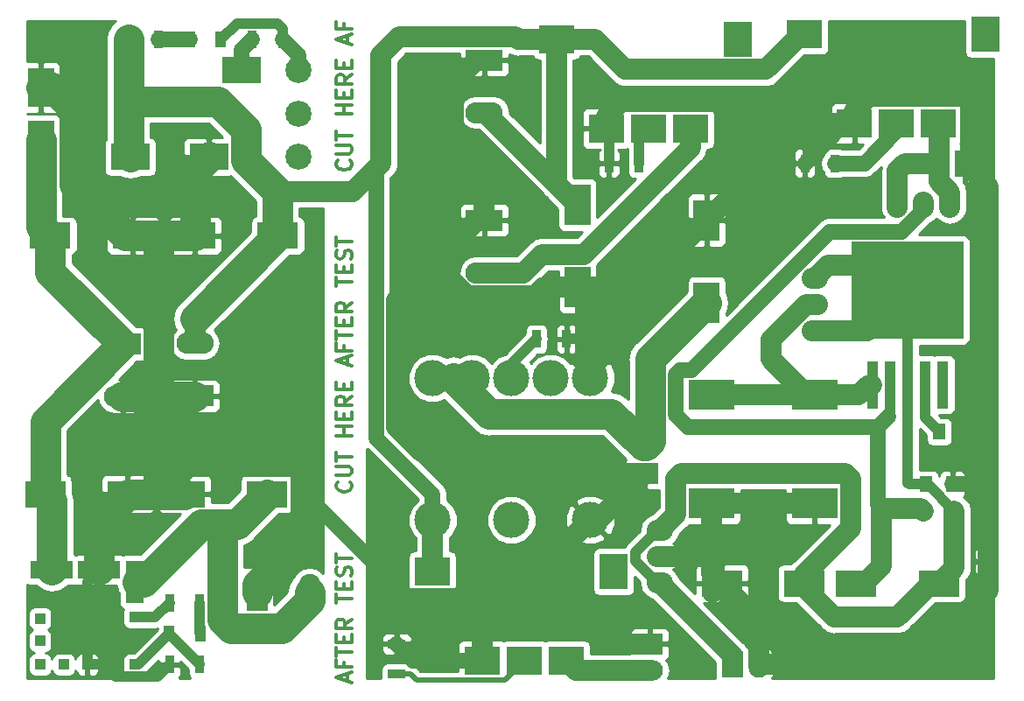
<source format=gbr>
G04 #@! TF.GenerationSoftware,KiCad,Pcbnew,5.0.2-bee76a0~70~ubuntu18.04.1*
G04 #@! TF.CreationDate,2020-07-24T12:10:01+02:00*
G04 #@! TF.ProjectId,stator_psu,73746174-6f72-45f7-9073-752e6b696361,rev?*
G04 #@! TF.SameCoordinates,PX1c9c380PY9896800*
G04 #@! TF.FileFunction,Copper,L1,Top*
G04 #@! TF.FilePolarity,Positive*
%FSLAX46Y46*%
G04 Gerber Fmt 4.6, Leading zero omitted, Abs format (unit mm)*
G04 Created by KiCad (PCBNEW 5.0.2-bee76a0~70~ubuntu18.04.1) date fre 24 jul 2020 12:10:01*
%MOMM*%
%LPD*%
G01*
G04 APERTURE LIST*
G04 #@! TA.AperFunction,NonConductor*
%ADD10C,0.300000*%
G04 #@! TD*
G04 #@! TA.AperFunction,SMDPad,CuDef*
%ADD11R,2.510000X3.780000*%
G04 #@! TD*
G04 #@! TA.AperFunction,SMDPad,CuDef*
%ADD12R,3.780000X2.510000*%
G04 #@! TD*
G04 #@! TA.AperFunction,BGAPad,CuDef*
%ADD13C,2.510000*%
G04 #@! TD*
G04 #@! TA.AperFunction,SMDPad,CuDef*
%ADD14R,4.000000X2.500000*%
G04 #@! TD*
G04 #@! TA.AperFunction,SMDPad,CuDef*
%ADD15R,1.000000X1.600000*%
G04 #@! TD*
G04 #@! TA.AperFunction,SMDPad,CuDef*
%ADD16R,2.500000X4.000000*%
G04 #@! TD*
G04 #@! TA.AperFunction,ComponentPad*
%ADD17O,2.032000X2.540000*%
G04 #@! TD*
G04 #@! TA.AperFunction,ComponentPad*
%ADD18O,2.540000X2.032000*%
G04 #@! TD*
G04 #@! TA.AperFunction,SMDPad,CuDef*
%ADD19R,4.500880X2.900680*%
G04 #@! TD*
G04 #@! TA.AperFunction,SMDPad,CuDef*
%ADD20R,0.900000X1.700000*%
G04 #@! TD*
G04 #@! TA.AperFunction,SMDPad,CuDef*
%ADD21R,1.700000X0.900000*%
G04 #@! TD*
G04 #@! TA.AperFunction,SMDPad,CuDef*
%ADD22R,1.270000X1.524000*%
G04 #@! TD*
G04 #@! TA.AperFunction,SMDPad,CuDef*
%ADD23R,4.070000X1.770000*%
G04 #@! TD*
G04 #@! TA.AperFunction,SMDPad,CuDef*
%ADD24R,1.770000X4.070000*%
G04 #@! TD*
G04 #@! TA.AperFunction,SMDPad,CuDef*
%ADD25R,1.010000X1.010000*%
G04 #@! TD*
G04 #@! TA.AperFunction,SMDPad,CuDef*
%ADD26R,2.790000X3.430000*%
G04 #@! TD*
G04 #@! TA.AperFunction,SMDPad,CuDef*
%ADD27R,3.430000X2.790000*%
G04 #@! TD*
G04 #@! TA.AperFunction,BGAPad,CuDef*
%ADD28C,3.500000*%
G04 #@! TD*
G04 #@! TA.AperFunction,SMDPad,CuDef*
%ADD29R,5.250000X4.550000*%
G04 #@! TD*
G04 #@! TA.AperFunction,SMDPad,CuDef*
%ADD30R,10.800000X9.400000*%
G04 #@! TD*
G04 #@! TA.AperFunction,SMDPad,CuDef*
%ADD31R,1.100000X4.600000*%
G04 #@! TD*
G04 #@! TA.AperFunction,ComponentPad*
%ADD32O,3.600000X2.080000*%
G04 #@! TD*
G04 #@! TA.AperFunction,ComponentPad*
%ADD33R,3.600000X2.080000*%
G04 #@! TD*
G04 #@! TA.AperFunction,ComponentPad*
%ADD34R,2.080000X3.600000*%
G04 #@! TD*
G04 #@! TA.AperFunction,ComponentPad*
%ADD35O,2.080000X3.600000*%
G04 #@! TD*
G04 #@! TA.AperFunction,ComponentPad*
%ADD36O,2.000000X2.600000*%
G04 #@! TD*
G04 #@! TA.AperFunction,ComponentPad*
%ADD37R,2.000000X2.600000*%
G04 #@! TD*
G04 #@! TA.AperFunction,ComponentPad*
%ADD38O,2.600000X2.000000*%
G04 #@! TD*
G04 #@! TA.AperFunction,ComponentPad*
%ADD39R,2.600000X2.000000*%
G04 #@! TD*
G04 #@! TA.AperFunction,Conductor*
%ADD40C,3.000000*%
G04 #@! TD*
G04 #@! TA.AperFunction,Conductor*
%ADD41C,2.000000*%
G04 #@! TD*
G04 #@! TA.AperFunction,Conductor*
%ADD42C,1.000000*%
G04 #@! TD*
G04 #@! TA.AperFunction,Conductor*
%ADD43C,1.500000*%
G04 #@! TD*
G04 #@! TA.AperFunction,Conductor*
%ADD44C,0.500000*%
G04 #@! TD*
G04 #@! TA.AperFunction,Conductor*
%ADD45C,0.254000*%
G04 #@! TD*
G04 APERTURE END LIST*
D10*
X31750000Y392858D02*
X31750000Y1107143D01*
X32178571Y250000D02*
X30678571Y750000D01*
X32178571Y1250000D01*
X31392857Y2250000D02*
X31392857Y1750000D01*
X32178571Y1750000D02*
X30678571Y1750000D01*
X30678571Y2464286D01*
X30678571Y2821429D02*
X30678571Y3678572D01*
X32178571Y3250000D02*
X30678571Y3250000D01*
X31392857Y4178572D02*
X31392857Y4678572D01*
X32178571Y4892858D02*
X32178571Y4178572D01*
X30678571Y4178572D01*
X30678571Y4892858D01*
X32178571Y6392858D02*
X31464285Y5892858D01*
X32178571Y5535715D02*
X30678571Y5535715D01*
X30678571Y6107143D01*
X30750000Y6250000D01*
X30821428Y6321429D01*
X30964285Y6392858D01*
X31178571Y6392858D01*
X31321428Y6321429D01*
X31392857Y6250000D01*
X31464285Y6107143D01*
X31464285Y5535715D01*
X30678571Y7964286D02*
X30678571Y8821429D01*
X32178571Y8392858D02*
X30678571Y8392858D01*
X31392857Y9321429D02*
X31392857Y9821429D01*
X32178571Y10035715D02*
X32178571Y9321429D01*
X30678571Y9321429D01*
X30678571Y10035715D01*
X32107142Y10607143D02*
X32178571Y10821429D01*
X32178571Y11178572D01*
X32107142Y11321429D01*
X32035714Y11392858D01*
X31892857Y11464286D01*
X31750000Y11464286D01*
X31607142Y11392858D01*
X31535714Y11321429D01*
X31464285Y11178572D01*
X31392857Y10892858D01*
X31321428Y10750000D01*
X31250000Y10678572D01*
X31107142Y10607143D01*
X30964285Y10607143D01*
X30821428Y10678572D01*
X30750000Y10750000D01*
X30678571Y10892858D01*
X30678571Y11250000D01*
X30750000Y11464286D01*
X30678571Y11892858D02*
X30678571Y12750000D01*
X32178571Y12321429D02*
X30678571Y12321429D01*
X32035714Y50785715D02*
X32107142Y50714286D01*
X32178571Y50500000D01*
X32178571Y50357143D01*
X32107142Y50142858D01*
X31964285Y50000000D01*
X31821428Y49928572D01*
X31535714Y49857143D01*
X31321428Y49857143D01*
X31035714Y49928572D01*
X30892857Y50000000D01*
X30750000Y50142858D01*
X30678571Y50357143D01*
X30678571Y50500000D01*
X30750000Y50714286D01*
X30821428Y50785715D01*
X30678571Y51428572D02*
X31892857Y51428572D01*
X32035714Y51500000D01*
X32107142Y51571429D01*
X32178571Y51714286D01*
X32178571Y52000000D01*
X32107142Y52142858D01*
X32035714Y52214286D01*
X31892857Y52285715D01*
X30678571Y52285715D01*
X30678571Y52785715D02*
X30678571Y53642858D01*
X32178571Y53214286D02*
X30678571Y53214286D01*
X32178571Y55285715D02*
X30678571Y55285715D01*
X31392857Y55285715D02*
X31392857Y56142858D01*
X32178571Y56142858D02*
X30678571Y56142858D01*
X31392857Y56857143D02*
X31392857Y57357143D01*
X32178571Y57571429D02*
X32178571Y56857143D01*
X30678571Y56857143D01*
X30678571Y57571429D01*
X32178571Y59071429D02*
X31464285Y58571429D01*
X32178571Y58214286D02*
X30678571Y58214286D01*
X30678571Y58785715D01*
X30750000Y58928572D01*
X30821428Y59000000D01*
X30964285Y59071429D01*
X31178571Y59071429D01*
X31321428Y59000000D01*
X31392857Y58928572D01*
X31464285Y58785715D01*
X31464285Y58214286D01*
X31392857Y59714286D02*
X31392857Y60214286D01*
X32178571Y60428572D02*
X32178571Y59714286D01*
X30678571Y59714286D01*
X30678571Y60428572D01*
X31750000Y62142858D02*
X31750000Y62857143D01*
X32178571Y62000000D02*
X30678571Y62500000D01*
X32178571Y63000000D01*
X31392857Y64000000D02*
X31392857Y63500000D01*
X32178571Y63500000D02*
X30678571Y63500000D01*
X30678571Y64214286D01*
X32035714Y19678572D02*
X32107142Y19607143D01*
X32178571Y19392858D01*
X32178571Y19250000D01*
X32107142Y19035715D01*
X31964285Y18892858D01*
X31821428Y18821429D01*
X31535714Y18750000D01*
X31321428Y18750000D01*
X31035714Y18821429D01*
X30892857Y18892858D01*
X30750000Y19035715D01*
X30678571Y19250000D01*
X30678571Y19392858D01*
X30750000Y19607143D01*
X30821428Y19678572D01*
X30678571Y20321429D02*
X31892857Y20321429D01*
X32035714Y20392858D01*
X32107142Y20464286D01*
X32178571Y20607143D01*
X32178571Y20892858D01*
X32107142Y21035715D01*
X32035714Y21107143D01*
X31892857Y21178572D01*
X30678571Y21178572D01*
X30678571Y21678572D02*
X30678571Y22535715D01*
X32178571Y22107143D02*
X30678571Y22107143D01*
X32178571Y24178572D02*
X30678571Y24178572D01*
X31392857Y24178572D02*
X31392857Y25035715D01*
X32178571Y25035715D02*
X30678571Y25035715D01*
X31392857Y25750000D02*
X31392857Y26250000D01*
X32178571Y26464286D02*
X32178571Y25750000D01*
X30678571Y25750000D01*
X30678571Y26464286D01*
X32178571Y27964286D02*
X31464285Y27464286D01*
X32178571Y27107143D02*
X30678571Y27107143D01*
X30678571Y27678572D01*
X30750000Y27821429D01*
X30821428Y27892858D01*
X30964285Y27964286D01*
X31178571Y27964286D01*
X31321428Y27892858D01*
X31392857Y27821429D01*
X31464285Y27678572D01*
X31464285Y27107143D01*
X31392857Y28607143D02*
X31392857Y29107143D01*
X32178571Y29321429D02*
X32178571Y28607143D01*
X30678571Y28607143D01*
X30678571Y29321429D01*
X31750000Y31035715D02*
X31750000Y31750000D01*
X32178571Y30892858D02*
X30678571Y31392858D01*
X32178571Y31892858D01*
X31392857Y32892858D02*
X31392857Y32392858D01*
X32178571Y32392858D02*
X30678571Y32392858D01*
X30678571Y33107143D01*
X30678571Y33464286D02*
X30678571Y34321429D01*
X32178571Y33892858D02*
X30678571Y33892858D01*
X31392857Y34821429D02*
X31392857Y35321429D01*
X32178571Y35535715D02*
X32178571Y34821429D01*
X30678571Y34821429D01*
X30678571Y35535715D01*
X32178571Y37035715D02*
X31464285Y36535715D01*
X32178571Y36178572D02*
X30678571Y36178572D01*
X30678571Y36750000D01*
X30750000Y36892858D01*
X30821428Y36964286D01*
X30964285Y37035715D01*
X31178571Y37035715D01*
X31321428Y36964286D01*
X31392857Y36892858D01*
X31464285Y36750000D01*
X31464285Y36178572D01*
X30678571Y38607143D02*
X30678571Y39464286D01*
X32178571Y39035715D02*
X30678571Y39035715D01*
X31392857Y39964286D02*
X31392857Y40464286D01*
X32178571Y40678572D02*
X32178571Y39964286D01*
X30678571Y39964286D01*
X30678571Y40678572D01*
X32107142Y41250000D02*
X32178571Y41464286D01*
X32178571Y41821429D01*
X32107142Y41964286D01*
X32035714Y42035715D01*
X31892857Y42107143D01*
X31750000Y42107143D01*
X31607142Y42035715D01*
X31535714Y41964286D01*
X31464285Y41821429D01*
X31392857Y41535715D01*
X31321428Y41392858D01*
X31250000Y41321429D01*
X31107142Y41250000D01*
X30964285Y41250000D01*
X30821428Y41321429D01*
X30750000Y41392858D01*
X30678571Y41535715D01*
X30678571Y41892858D01*
X30750000Y42107143D01*
X30678571Y42535715D02*
X30678571Y43392858D01*
X32178571Y42964286D02*
X30678571Y42964286D01*
D11*
G04 #@! TO.P,U2,3*
G04 #@! TO.N,/8V_TO_16V_IN*
X2108000Y52769000D03*
G04 #@! TO.P,U2,4*
G04 #@! TO.N,GND*
X2108000Y57849000D03*
D12*
G04 #@! TO.P,U2,5*
G04 #@! TO.N,Net-(R1-Pad2)*
X21539000Y59500000D03*
G04 #@! TO.P,U2,2*
G04 #@! TO.N,/34V*
X10744000Y51118000D03*
D13*
G04 #@! TO.P,U2,8*
G04 #@! TO.N,Net-(U2-Pad8)*
X27000000Y51118000D03*
G04 #@! TO.P,U2,7*
G04 #@! TO.N,Net-(U2-Pad7)*
X27000000Y55309000D03*
G04 #@! TO.P,U2,6*
G04 #@! TO.N,Net-(C3-Pad1)*
X27000000Y59500000D03*
D12*
G04 #@! TO.P,U2,1*
G04 #@! TO.N,GND*
X18364000Y51118000D03*
G04 #@! TD*
D14*
G04 #@! TO.P,C1,1*
G04 #@! TO.N,/8V_TO_16V_IN*
X3000000Y43500000D03*
G04 #@! TO.P,C1,2*
G04 #@! TO.N,GND*
X11000000Y43500000D03*
G04 #@! TD*
G04 #@! TO.P,C2,2*
G04 #@! TO.N,GND*
X10500000Y18500000D03*
G04 #@! TO.P,C2,1*
G04 #@! TO.N,/8V_TO_16V_IN*
X2500000Y18500000D03*
G04 #@! TD*
D15*
G04 #@! TO.P,C3,2*
G04 #@! TO.N,Net-(C3-Pad2)*
X16500000Y62500000D03*
G04 #@! TO.P,C3,1*
G04 #@! TO.N,Net-(C3-Pad1)*
X19500000Y62500000D03*
G04 #@! TD*
G04 #@! TO.P,C4,1*
G04 #@! TO.N,Net-(C4-Pad1)*
X14500000Y5000000D03*
G04 #@! TO.P,C4,2*
G04 #@! TO.N,Net-(C4-Pad2)*
X17500000Y5000000D03*
G04 #@! TD*
D14*
G04 #@! TO.P,C5,1*
G04 #@! TO.N,/34V*
X25000000Y43500000D03*
G04 #@! TO.P,C5,2*
G04 #@! TO.N,GND*
X17000000Y43500000D03*
G04 #@! TD*
G04 #@! TO.P,C6,1*
G04 #@! TO.N,Net-(C6-Pad1)*
X24000000Y18500000D03*
G04 #@! TO.P,C6,2*
G04 #@! TO.N,GND*
X16000000Y18500000D03*
G04 #@! TD*
D16*
G04 #@! TO.P,C7,2*
G04 #@! TO.N,GND*
X54000000Y38500000D03*
G04 #@! TO.P,C7,1*
G04 #@! TO.N,/34V*
X54000000Y46500000D03*
G04 #@! TD*
D14*
G04 #@! TO.P,C8,2*
G04 #@! TO.N,/-20V*
X88959146Y9862872D03*
G04 #@! TO.P,C8,1*
G04 #@! TO.N,Net-(C8-Pad1)*
X80959146Y9862872D03*
G04 #@! TD*
D15*
G04 #@! TO.P,C9,1*
G04 #@! TO.N,/-20V*
X90459146Y16862872D03*
G04 #@! TO.P,C9,2*
G04 #@! TO.N,Net-(C8-Pad1)*
X87459146Y16862872D03*
G04 #@! TD*
D16*
G04 #@! TO.P,C10,1*
G04 #@! TO.N,/21V*
X66500000Y37000000D03*
G04 #@! TO.P,C10,2*
G04 #@! TO.N,GND*
X66500000Y45000000D03*
G04 #@! TD*
D14*
G04 #@! TO.P,C11,2*
G04 #@! TO.N,/-20V*
X75959146Y9862872D03*
G04 #@! TO.P,C11,1*
G04 #@! TO.N,GND*
X67959146Y9862872D03*
G04 #@! TD*
D15*
G04 #@! TO.P,C12,2*
G04 #@! TO.N,GND*
X93500000Y12000000D03*
G04 #@! TO.P,C12,1*
G04 #@! TO.N,/-20V*
X90500000Y12000000D03*
G04 #@! TD*
D17*
G04 #@! TO.P,D1,1*
G04 #@! TO.N,/11VB*
X90040000Y46500000D03*
G04 #@! TO.P,D1,3*
X84960000Y46500000D03*
G04 #@! TO.P,D1,2*
G04 #@! TO.N,Net-(C8-Pad1)*
X87500000Y46500000D03*
G04 #@! TD*
D18*
G04 #@! TO.P,D2,2*
G04 #@! TO.N,Net-(D2-Pad2)*
X76959146Y36862872D03*
G04 #@! TO.P,D2,3*
G04 #@! TO.N,/-20V*
X76959146Y39402872D03*
G04 #@! TO.P,D2,1*
X76959146Y34322872D03*
G04 #@! TD*
G04 #@! TO.P,D3,1*
G04 #@! TO.N,/-20V*
X61959146Y15000000D03*
G04 #@! TO.P,D3,3*
X61959146Y9920000D03*
G04 #@! TO.P,D3,2*
G04 #@! TO.N,GND*
X61959146Y12460000D03*
G04 #@! TD*
D19*
G04 #@! TO.P,L1,1*
G04 #@! TO.N,Net-(D2-Pad2)*
X66959146Y28113052D03*
G04 #@! TO.P,L1,2*
G04 #@! TO.N,GND*
X66959146Y17612692D03*
G04 #@! TD*
G04 #@! TO.P,L2,2*
G04 #@! TO.N,GND*
X76959146Y17612692D03*
G04 #@! TO.P,L2,1*
G04 #@! TO.N,Net-(D2-Pad2)*
X76959146Y28113052D03*
G04 #@! TD*
D20*
G04 #@! TO.P,R1,1*
G04 #@! TO.N,Net-(C3-Pad1)*
X25450000Y62500000D03*
G04 #@! TO.P,R1,2*
G04 #@! TO.N,Net-(R1-Pad2)*
X22550000Y62500000D03*
G04 #@! TD*
G04 #@! TO.P,R2,2*
G04 #@! TO.N,GND*
X14550000Y2000000D03*
G04 #@! TO.P,R2,1*
G04 #@! TO.N,Net-(C4-Pad1)*
X17450000Y2000000D03*
G04 #@! TD*
G04 #@! TO.P,R3,1*
G04 #@! TO.N,Net-(C3-Pad2)*
X13450000Y62500000D03*
G04 #@! TO.P,R3,2*
G04 #@! TO.N,/34V*
X10550000Y62500000D03*
G04 #@! TD*
G04 #@! TO.P,R4,1*
G04 #@! TO.N,Net-(C4-Pad2)*
X17450000Y8000000D03*
G04 #@! TO.P,R4,2*
G04 #@! TO.N,Net-(R4-Pad2)*
X14550000Y8000000D03*
G04 #@! TD*
D21*
G04 #@! TO.P,R5,2*
G04 #@! TO.N,GND*
X36500000Y4000000D03*
G04 #@! TO.P,R5,1*
G04 #@! TO.N,Net-(R5-Pad1)*
X36500000Y1100000D03*
G04 #@! TD*
D20*
G04 #@! TO.P,R6,2*
G04 #@! TO.N,GND*
X76000000Y50500000D03*
G04 #@! TO.P,R6,1*
G04 #@! TO.N,Net-(R6-Pad1)*
X78900000Y50500000D03*
G04 #@! TD*
G04 #@! TO.P,R7,2*
G04 #@! TO.N,GND*
X57050000Y50500000D03*
G04 #@! TO.P,R7,1*
G04 #@! TO.N,Net-(R7-Pad1)*
X59950000Y50500000D03*
G04 #@! TD*
G04 #@! TO.P,R8,1*
G04 #@! TO.N,GND*
X52950000Y33500000D03*
G04 #@! TO.P,R8,2*
G04 #@! TO.N,Net-(R8-Pad2)*
X50050000Y33500000D03*
G04 #@! TD*
D22*
G04 #@! TO.P,RV1,3*
G04 #@! TO.N,GND*
X90270000Y19460000D03*
G04 #@! TO.P,RV1,2*
G04 #@! TO.N,Net-(RV1-Pad2)*
X89000000Y24540000D03*
G04 #@! TO.P,RV1,1*
G04 #@! TO.N,/-20V*
X87730000Y19460000D03*
G04 #@! TD*
D23*
G04 #@! TO.P,U1,2*
G04 #@! TO.N,/8V_TO_16V_IN*
X3167000Y11168000D03*
D24*
G04 #@! TO.P,U1,4*
G04 #@! TO.N,Net-(C6-Pad1)*
X11168000Y10025000D03*
D25*
G04 #@! TO.P,U1,5*
G04 #@! TO.N,Net-(R4-Pad2)*
X11168000Y6596000D03*
D23*
G04 #@! TO.P,U1,3*
G04 #@! TO.N,GND*
X7739000Y11168000D03*
D25*
G04 #@! TO.P,U1,6*
G04 #@! TO.N,Net-(C4-Pad1)*
X11168000Y2024000D03*
G04 #@! TO.P,U1,7*
G04 #@! TO.N,GND*
X6596000Y2024000D03*
G04 #@! TO.P,U1,8*
G04 #@! TO.N,Net-(U1-Pad8)*
X4310000Y2024000D03*
G04 #@! TO.P,U1,9*
G04 #@! TO.N,Net-(U1-Pad9)*
X2024000Y2024000D03*
G04 #@! TO.P,U1,10*
G04 #@! TO.N,Net-(U1-Pad10)*
X2024000Y4310000D03*
G04 #@! TO.P,U1,1*
G04 #@! TO.N,Net-(U1-Pad1)*
X2024000Y6469000D03*
G04 #@! TD*
D26*
G04 #@! TO.P,U3,1*
G04 #@! TO.N,Net-(U3-Pad1)*
X57500000Y11000000D03*
D27*
G04 #@! TO.P,U3,2*
G04 #@! TO.N,/34V*
X39974000Y11000000D03*
G04 #@! TO.P,U3,5*
G04 #@! TO.N,/11VA*
X52928000Y2364000D03*
G04 #@! TO.P,U3,4*
G04 #@! TO.N,Net-(R5-Pad1)*
X48864000Y2364000D03*
G04 #@! TO.P,U3,3*
G04 #@! TO.N,GND*
X44800000Y2364000D03*
G04 #@! TD*
G04 #@! TO.P,U4,3*
G04 #@! TO.N,GND*
X80800000Y54364000D03*
G04 #@! TO.P,U4,4*
G04 #@! TO.N,Net-(R6-Pad1)*
X84864000Y54364000D03*
G04 #@! TO.P,U4,5*
G04 #@! TO.N,/11VB*
X88928000Y54364000D03*
G04 #@! TO.P,U4,2*
G04 #@! TO.N,/34V*
X75974000Y63000000D03*
D26*
G04 #@! TO.P,U4,1*
G04 #@! TO.N,Net-(U4-Pad1)*
X93500000Y63000000D03*
G04 #@! TD*
G04 #@! TO.P,U5,1*
G04 #@! TO.N,Net-(U5-Pad1)*
X69500000Y62500000D03*
D27*
G04 #@! TO.P,U5,2*
G04 #@! TO.N,/34V*
X51974000Y62500000D03*
G04 #@! TO.P,U5,5*
G04 #@! TO.N,/5V2_USB*
X64928000Y53864000D03*
G04 #@! TO.P,U5,4*
G04 #@! TO.N,Net-(R7-Pad1)*
X60864000Y53864000D03*
G04 #@! TO.P,U5,3*
G04 #@! TO.N,GND*
X56800000Y53864000D03*
G04 #@! TD*
D28*
G04 #@! TO.P,U6,1*
G04 #@! TO.N,/34V*
X40000000Y16000000D03*
G04 #@! TO.P,U6,2*
G04 #@! TO.N,Net-(U6-Pad2)*
X47620000Y16000000D03*
G04 #@! TO.P,U6,3*
G04 #@! TO.N,GND*
X55240000Y16000000D03*
G04 #@! TO.P,U6,8*
G04 #@! TO.N,/21V*
X40000000Y29716000D03*
G04 #@! TO.P,U6,7*
X43810000Y29716000D03*
G04 #@! TO.P,U6,6*
G04 #@! TO.N,Net-(R8-Pad2)*
X47620000Y29716000D03*
G04 #@! TO.P,U6,5*
G04 #@! TO.N,Net-(U6-Pad5)*
X51430000Y29716000D03*
G04 #@! TO.P,U6,4*
G04 #@! TO.N,GND*
X55240000Y29716000D03*
G04 #@! TD*
D29*
G04 #@! TO.P,U7,3*
G04 #@! TO.N,/-20V*
X88734146Y35812872D03*
X83184146Y40662872D03*
X83184146Y35812872D03*
X88734146Y40662872D03*
D30*
X85959146Y38237872D03*
D31*
G04 #@! TO.P,U7,5*
G04 #@! TO.N,Net-(U7-Pad5)*
X89359146Y29087872D03*
G04 #@! TO.P,U7,4*
G04 #@! TO.N,Net-(RV1-Pad2)*
X87659146Y29087872D03*
G04 #@! TO.P,U7,3*
G04 #@! TO.N,/-20V*
X85959146Y29087872D03*
G04 #@! TO.P,U7,2*
G04 #@! TO.N,Net-(C8-Pad1)*
X84259146Y29087872D03*
G04 #@! TO.P,U7,1*
G04 #@! TO.N,Net-(D2-Pad2)*
X82559146Y29087872D03*
G04 #@! TD*
D32*
G04 #@! TO.P,J1,2*
G04 #@! TO.N,GND*
X10000000Y27920000D03*
D33*
G04 #@! TO.P,J1,1*
G04 #@! TO.N,/8V_TO_16V_IN*
X10000000Y33000000D03*
G04 #@! TD*
D34*
G04 #@! TO.P,J2,1*
G04 #@! TO.N,GND*
X23000000Y9000000D03*
D35*
G04 #@! TO.P,J2,2*
G04 #@! TO.N,Net-(C6-Pad1)*
X28080000Y9000000D03*
G04 #@! TD*
D32*
G04 #@! TO.P,J3,2*
G04 #@! TO.N,/34V*
X17000000Y33080000D03*
D33*
G04 #@! TO.P,J3,1*
G04 #@! TO.N,GND*
X17000000Y28000000D03*
G04 #@! TD*
G04 #@! TO.P,J6,1*
G04 #@! TO.N,GND*
X45000000Y45000000D03*
D32*
G04 #@! TO.P,J6,2*
G04 #@! TO.N,/5V2_USB*
X45000000Y39920000D03*
G04 #@! TD*
G04 #@! TO.P,J9,2*
G04 #@! TO.N,/34V*
X45000000Y55420000D03*
D33*
G04 #@! TO.P,J9,1*
G04 #@! TO.N,GND*
X45000000Y60500000D03*
G04 #@! TD*
D36*
G04 #@! TO.P,J4,2*
G04 #@! TO.N,/11VB*
X88960000Y50500000D03*
D37*
G04 #@! TO.P,J4,1*
G04 #@! TO.N,GND*
X91500000Y50500000D03*
G04 #@! TD*
D38*
G04 #@! TO.P,J5,2*
G04 #@! TO.N,/11VA*
X61000000Y1460000D03*
D39*
G04 #@! TO.P,J5,1*
G04 #@! TO.N,GND*
X61000000Y4000000D03*
G04 #@! TD*
D38*
G04 #@! TO.P,J7,2*
G04 #@! TO.N,/21V*
X60500000Y23040000D03*
D39*
G04 #@! TO.P,J7,1*
G04 #@! TO.N,GND*
X60500000Y20500000D03*
G04 #@! TD*
D37*
G04 #@! TO.P,J8,1*
G04 #@! TO.N,/-20V*
X69000000Y2000000D03*
D36*
G04 #@! TO.P,J8,2*
G04 #@! TO.N,GND*
X71540000Y2000000D03*
G04 #@! TD*
D40*
G04 #@! TO.N,GND*
X3233002Y57849000D02*
X2108000Y57849000D01*
X5308010Y55773992D02*
X3233002Y57849000D01*
X5308010Y48441990D02*
X5308010Y55773992D01*
X10250000Y43500000D02*
X5308010Y48441990D01*
X11000000Y43500000D02*
X10250000Y43500000D01*
X17000000Y49754000D02*
X18364000Y51118000D01*
X17000000Y43500000D02*
X17000000Y49754000D01*
D41*
X17000000Y28000000D02*
X16920000Y27920000D01*
D40*
X7739000Y15739000D02*
X10500000Y18500000D01*
X7739000Y11168000D02*
X7739000Y15739000D01*
X13500000Y27920000D02*
X13500000Y19000000D01*
X14000000Y18500000D02*
X16000000Y18500000D01*
X13500000Y27920000D02*
X16920000Y27920000D01*
X13500000Y19000000D02*
X14000000Y18500000D01*
X10000000Y27920000D02*
X13500000Y27920000D01*
D42*
X9306001Y818999D02*
X8101000Y2024000D01*
X8101000Y2024000D02*
X6596000Y2024000D01*
X13368999Y818999D02*
X9306001Y818999D01*
X14550000Y2000000D02*
X13368999Y818999D01*
X6596000Y10025000D02*
X7739000Y11168000D01*
X6596000Y2024000D02*
X6596000Y10025000D01*
D40*
X16200008Y21700008D02*
X13000000Y18500000D01*
X27700001Y21110001D02*
X27109994Y21700008D01*
X27700001Y14460001D02*
X27700001Y21110001D01*
X23000000Y9760000D02*
X27700001Y14460001D01*
X23000000Y9000000D02*
X23000000Y9760000D01*
X13000000Y18500000D02*
X14000000Y18500000D01*
X27109994Y21700008D02*
X16200008Y21700008D01*
X10500000Y18500000D02*
X13000000Y18500000D01*
X13500000Y27920000D02*
X13500000Y43500000D01*
X17000000Y43500000D02*
X13500000Y43500000D01*
X13500000Y43500000D02*
X11000000Y43500000D01*
D41*
X76959146Y17612692D02*
X66959146Y17612692D01*
X66959146Y10862872D02*
X67959146Y9862872D01*
X67419146Y10402872D02*
X67959146Y9862872D01*
X67040000Y8943726D02*
X67959146Y9862872D01*
X82188999Y56959001D02*
X80800000Y55570002D01*
X92000000Y56562002D02*
X91603001Y56959001D01*
X91603001Y56959001D02*
X82188999Y56959001D01*
X92000000Y51000000D02*
X92000000Y56562002D01*
X80800000Y55570002D02*
X80800000Y54364000D01*
X91500000Y50500000D02*
X92000000Y51000000D01*
D43*
X79864000Y54364000D02*
X80800000Y54364000D01*
X76000000Y50500000D02*
X79864000Y54364000D01*
D41*
X93699990Y9193714D02*
X86006276Y1500000D01*
X91500000Y50500000D02*
X93699990Y48300010D01*
D43*
X92405000Y19460000D02*
X92945000Y20000000D01*
X90270000Y19460000D02*
X92405000Y19460000D01*
D41*
X93699990Y48300010D02*
X93699990Y20000000D01*
D43*
X92945000Y20000000D02*
X93699990Y20000000D01*
D41*
X93699990Y20000000D02*
X93699990Y9193714D01*
X44240000Y45000000D02*
X45000000Y45000000D01*
X41200000Y41960000D02*
X44240000Y45000000D01*
X41200000Y39792148D02*
X41200000Y41960000D01*
X43312158Y37679990D02*
X41200000Y39792148D01*
X49929990Y37679990D02*
X43312158Y37679990D01*
X50750000Y38500000D02*
X49929990Y37679990D01*
X54000000Y38500000D02*
X50750000Y38500000D01*
X45000000Y48040000D02*
X45000000Y45000000D01*
X41999990Y58259990D02*
X41999990Y51040010D01*
X44240000Y60500000D02*
X41999990Y58259990D01*
X41999990Y51040010D02*
X45000000Y48040000D01*
X45000000Y60500000D02*
X44240000Y60500000D01*
X60000000Y38500000D02*
X66500000Y45000000D01*
X54000000Y38500000D02*
X60000000Y38500000D01*
X75864000Y54364000D02*
X80800000Y54364000D01*
X66500000Y45000000D02*
X75864000Y54364000D01*
X56800000Y55070002D02*
X56800000Y53864000D01*
X58188999Y56459001D02*
X56800000Y55070002D01*
X74989999Y56459001D02*
X58188999Y56459001D01*
X77085000Y54364000D02*
X74989999Y56459001D01*
X80800000Y54364000D02*
X77085000Y54364000D01*
X56000000Y16000000D02*
X60500000Y20500000D01*
X55240000Y16000000D02*
X56000000Y16000000D01*
X57200000Y20500000D02*
X55200000Y22500000D01*
X60500000Y20500000D02*
X57200000Y20500000D01*
X39000000Y22500000D02*
X36500000Y25000000D01*
X36500000Y37260000D02*
X41200000Y41960000D01*
D40*
X55240000Y37260000D02*
X54000000Y38500000D01*
D42*
X52950000Y33500000D02*
X55240000Y33500000D01*
D40*
X55240000Y29716000D02*
X55240000Y33500000D01*
X55240000Y33500000D02*
X55240000Y37260000D01*
D42*
X57050000Y53614000D02*
X56800000Y53864000D01*
X57050000Y50500000D02*
X57050000Y53614000D01*
D41*
X36500000Y25000000D02*
X36500000Y28000000D01*
X36500000Y28000000D02*
X36500000Y37260000D01*
X66919146Y12460000D02*
X66959146Y12500000D01*
X61959146Y12460000D02*
X66919146Y12460000D01*
X66959146Y17612692D02*
X66959146Y12500000D01*
X66959146Y12500000D02*
X66959146Y10862872D01*
X85506276Y2000000D02*
X71540000Y2000000D01*
X86006276Y1500000D02*
X85506276Y2000000D01*
X71540000Y6282018D02*
X67959146Y9862872D01*
X71540000Y2000000D02*
X71540000Y6282018D01*
X53490001Y14250001D02*
X55240000Y16000000D01*
X57700000Y4000000D02*
X53490001Y8209999D01*
X61000000Y4000000D02*
X57700000Y4000000D01*
X49041000Y10000000D02*
X53490001Y10000000D01*
X44800000Y5759000D02*
X49041000Y10000000D01*
X44800000Y2364000D02*
X44800000Y5759000D01*
X53490001Y8209999D02*
X53490001Y10000000D01*
X53490001Y10000000D02*
X53490001Y14250001D01*
D43*
X38136000Y2364000D02*
X36500000Y4000000D01*
X44800000Y2364000D02*
X38136000Y2364000D01*
X44000000Y10205998D02*
X44000000Y22500000D01*
X42449001Y8654999D02*
X44000000Y10205998D01*
X37498999Y8654999D02*
X42449001Y8654999D01*
X27109994Y19044004D02*
X37498999Y8654999D01*
X27109994Y21700008D02*
X27109994Y19044004D01*
D41*
X55200000Y22500000D02*
X44000000Y22500000D01*
X44000000Y22500000D02*
X39000000Y22500000D01*
D43*
G04 #@! TO.N,Net-(C3-Pad2)*
X16500000Y62500000D02*
X13450000Y62500000D01*
G04 #@! TO.N,Net-(C3-Pad1)*
X27000000Y60950000D02*
X25450000Y62500000D01*
X27000000Y59500000D02*
X27000000Y60950000D01*
D42*
X21050001Y64050001D02*
X19500000Y62500000D01*
X24949999Y64050001D02*
X21050001Y64050001D01*
X25450000Y63550000D02*
X24949999Y64050001D01*
X25450000Y62500000D02*
X25450000Y63550000D01*
G04 #@! TO.N,Net-(C4-Pad1)*
X17450000Y2050000D02*
X14500000Y5000000D01*
X17450000Y2000000D02*
X17450000Y2050000D01*
X11524000Y2024000D02*
X14500000Y5000000D01*
X11168000Y2024000D02*
X11524000Y2024000D01*
G04 #@! TO.N,Net-(C4-Pad2)*
X17450000Y5050000D02*
X17500000Y5000000D01*
X17450000Y8000000D02*
X17450000Y5050000D01*
D40*
G04 #@! TO.N,/34V*
X10550000Y51312000D02*
X10744000Y51118000D01*
X19187002Y56500000D02*
X10550000Y56500000D01*
X21954001Y53733001D02*
X19187002Y56500000D01*
X21954001Y50795999D02*
X21954001Y53733001D01*
X25000000Y47750000D02*
X21954001Y50795999D01*
X25000000Y43500000D02*
X25000000Y47750000D01*
X10550000Y56500000D02*
X10550000Y51312000D01*
X10550000Y62500000D02*
X10550000Y56500000D01*
X17000000Y35500000D02*
X25000000Y43500000D01*
D41*
X17000000Y35500000D02*
X17000000Y33080000D01*
X45080000Y55420000D02*
X54000000Y46500000D01*
X45000000Y55420000D02*
X45080000Y55420000D01*
X51974000Y48526000D02*
X51974000Y62500000D01*
X54000000Y46500000D02*
X51974000Y48526000D01*
X75654000Y63000000D02*
X75974000Y63000000D01*
X72238999Y59584999D02*
X75654000Y63000000D01*
X58604001Y59584999D02*
X72238999Y59584999D01*
X55689000Y62500000D02*
X58604001Y59584999D01*
X51974000Y62500000D02*
X55689000Y62500000D01*
X25000000Y47750000D02*
X32250000Y47750000D01*
X32250000Y47750000D02*
X35000000Y50500000D01*
X48259000Y62500000D02*
X51974000Y62500000D01*
X35000000Y61000000D02*
X36740001Y62740001D01*
X48018999Y62740001D02*
X48259000Y62500000D01*
X36740001Y62740001D02*
X48018999Y62740001D01*
X35000000Y50500000D02*
X35000000Y61000000D01*
X40000000Y11026000D02*
X39974000Y11000000D01*
X40000000Y16000000D02*
X40000000Y11026000D01*
D43*
X34549990Y50049990D02*
X35000000Y50500000D01*
X34549990Y23924883D02*
X34549990Y50049990D01*
X40000000Y18474873D02*
X34549990Y23924883D01*
X40000000Y16000000D02*
X40000000Y18474873D01*
D40*
G04 #@! TO.N,Net-(C6-Pad1)*
X12050497Y10025000D02*
X11474001Y10025000D01*
X17575496Y15549999D02*
X12050497Y10025000D01*
X24000000Y18500000D02*
X21049999Y15549999D01*
X19650010Y15399989D02*
X19500000Y15549999D01*
X19650010Y6349990D02*
X19650010Y15399989D01*
X25400001Y5499999D02*
X20500001Y5499999D01*
X28080000Y8179998D02*
X25400001Y5499999D01*
X28080000Y9000000D02*
X28080000Y8179998D01*
X19500000Y15549999D02*
X17575496Y15549999D01*
X20500001Y5499999D02*
X19650010Y6349990D01*
X21049999Y15549999D02*
X19500000Y15549999D01*
D42*
G04 #@! TO.N,/-20V*
X85959146Y29087872D02*
X85959146Y38237872D01*
D41*
X78219146Y40662872D02*
X76959146Y39402872D01*
X83184146Y40662872D02*
X78219146Y40662872D01*
X82044146Y34322872D02*
X85959146Y38237872D01*
X76959146Y34322872D02*
X82044146Y34322872D01*
X90459146Y11362872D02*
X88959146Y9862872D01*
X90459146Y16862872D02*
X90459146Y11362872D01*
X88209146Y9862872D02*
X88959146Y9862872D01*
X78799144Y6612872D02*
X84959146Y6612872D01*
X75959146Y9452870D02*
X78799144Y6612872D01*
X84959146Y6612872D02*
X88209146Y9862872D01*
X75959146Y9862872D02*
X75959146Y9452870D01*
X75959146Y10751910D02*
X75959146Y9862872D01*
X80409587Y20023033D02*
X80409587Y15202351D01*
X80409587Y15202351D02*
X75959146Y10751910D01*
X79932620Y20500000D02*
X80409587Y20023033D01*
X63508705Y20008705D02*
X64000000Y20500000D01*
X64000000Y20500000D02*
X79932620Y20500000D01*
D42*
X86095000Y19460000D02*
X87730000Y19460000D01*
X85959146Y19595854D02*
X86095000Y19460000D01*
X85959146Y29087872D02*
X85959146Y19595854D01*
X87862018Y19460000D02*
X90459146Y16862872D01*
X87730000Y19460000D02*
X87862018Y19460000D01*
X61705146Y9920000D02*
X61959146Y9920000D01*
X59595001Y12030145D02*
X61705146Y9920000D01*
X59595001Y12889855D02*
X59595001Y12030145D01*
X61705146Y15000000D02*
X59595001Y12889855D01*
X61959146Y15000000D02*
X61705146Y15000000D01*
D41*
X63508705Y16549559D02*
X61959146Y15000000D01*
X63508705Y20008705D02*
X63508705Y16549559D01*
X69000000Y2879146D02*
X61959146Y9920000D01*
X69000000Y2000000D02*
X69000000Y2879146D01*
G04 #@! TO.N,Net-(C8-Pad1)*
X87215156Y17106862D02*
X83393138Y17106862D01*
X87459146Y16862872D02*
X87215156Y17106862D01*
X83393138Y11546864D02*
X83393138Y17106862D01*
X81709146Y9862872D02*
X83393138Y11546864D01*
X80959146Y9862872D02*
X81709146Y9862872D01*
D43*
X65035309Y30513393D02*
X63948705Y30513393D01*
X87500000Y46500000D02*
X87500000Y46005642D01*
X63948705Y30513393D02*
X63500000Y30064688D01*
X78409789Y43887873D02*
X65035309Y30513393D01*
X85382231Y43887873D02*
X78409789Y43887873D01*
X87500000Y46005642D02*
X85382231Y43887873D01*
X63500000Y26161416D02*
X64661416Y25000000D01*
X63500000Y30064688D02*
X63500000Y26161416D01*
X83031276Y25000000D02*
X84059147Y26027871D01*
X64661416Y25000000D02*
X83031276Y25000000D01*
D42*
X84259146Y26227870D02*
X84259146Y29087872D01*
X84059147Y26027871D02*
X84259146Y26227870D01*
D43*
X83031276Y17468724D02*
X83393138Y17106862D01*
X83031276Y25000000D02*
X83031276Y17468724D01*
D40*
G04 #@! TO.N,/21V*
X42000000Y29716000D02*
X45450001Y26265999D01*
X45450001Y26265999D02*
X57274001Y26265999D01*
D41*
X42000000Y29716000D02*
X43810000Y29716000D01*
D40*
X57274001Y26265999D02*
X60339990Y23200010D01*
D41*
X40000000Y29716000D02*
X42000000Y29716000D01*
D40*
X61049990Y23589990D02*
X60660010Y23200010D01*
X61049990Y31549990D02*
X61049990Y23589990D01*
X66500000Y37000000D02*
X61049990Y31549990D01*
D41*
G04 #@! TO.N,/11VB*
X88960000Y54332000D02*
X88928000Y54364000D01*
X88960000Y50500000D02*
X88960000Y54332000D01*
X85960000Y50500000D02*
X88960000Y50500000D01*
X85690000Y50500000D02*
X85960000Y50500000D01*
X84960000Y49770000D02*
X85690000Y50500000D01*
X84960000Y46500000D02*
X84960000Y49770000D01*
X88960000Y48756009D02*
X88960000Y50500000D01*
X90040000Y47676009D02*
X88960000Y48756009D01*
X90040000Y46500000D02*
X90040000Y47676009D01*
G04 #@! TO.N,Net-(D2-Pad2)*
X76159046Y28113052D02*
X76959146Y28113052D01*
X72708706Y31563392D02*
X76159046Y28113052D01*
X72708706Y33460343D02*
X72708706Y31563392D01*
X76111235Y36862872D02*
X72708706Y33460343D01*
X76959146Y36862872D02*
X76111235Y36862872D01*
X76959146Y28113052D02*
X66959146Y28113052D01*
X82184406Y29087872D02*
X82509145Y29087872D01*
X81209586Y28113052D02*
X82184406Y29087872D01*
X76959146Y28113052D02*
X81209586Y28113052D01*
D43*
G04 #@! TO.N,Net-(R1-Pad2)*
X21539000Y61489000D02*
X22550000Y62500000D01*
X21539000Y59500000D02*
X21539000Y61489000D01*
D42*
G04 #@! TO.N,Net-(R4-Pad2)*
X13146000Y6596000D02*
X11168000Y6596000D01*
X14550000Y8000000D02*
X13146000Y6596000D01*
D44*
G04 #@! TO.N,Net-(R5-Pad1)*
X48864000Y2364000D02*
X48720002Y2364000D01*
X37850000Y1100000D02*
X36500000Y1100000D01*
X38431001Y518999D02*
X37850000Y1100000D01*
X47018999Y518999D02*
X38431001Y518999D01*
X48864000Y2364000D02*
X47018999Y518999D01*
D43*
G04 #@! TO.N,Net-(R6-Pad1)*
X81756002Y50500000D02*
X84864000Y53607998D01*
X84864000Y53607998D02*
X84864000Y54364000D01*
X78900000Y50500000D02*
X81756002Y50500000D01*
D42*
G04 #@! TO.N,Net-(R7-Pad1)*
X59950000Y52950000D02*
X60864000Y53864000D01*
X59950000Y50500000D02*
X59950000Y52950000D01*
G04 #@! TO.N,Net-(R8-Pad2)*
X47620000Y31070000D02*
X50050000Y33500000D01*
X47620000Y29716000D02*
X47620000Y31070000D01*
G04 #@! TO.N,Net-(RV1-Pad2)*
X87659146Y25880854D02*
X89000000Y24540000D01*
X87659146Y29087872D02*
X87659146Y25880854D01*
D41*
G04 #@! TO.N,/11VA*
X53832000Y1460000D02*
X52928000Y2364000D01*
X61000000Y1460000D02*
X53832000Y1460000D01*
G04 #@! TO.N,/5V2_USB*
X50580001Y41700001D02*
X48800000Y39920000D01*
X48800000Y39920000D02*
X45000000Y39920000D01*
X54610003Y41700001D02*
X50580001Y41700001D01*
X64928000Y52017998D02*
X54610003Y41700001D01*
X64928000Y53864000D02*
X64928000Y52017998D01*
D40*
G04 #@! TO.N,/8V_TO_16V_IN*
X3000000Y40000000D02*
X10000000Y33000000D01*
X3000000Y43500000D02*
X3000000Y40000000D01*
X2108000Y44392000D02*
X3000000Y43500000D01*
X2108000Y52769000D02*
X2108000Y44392000D01*
X3167000Y17833000D02*
X2500000Y18500000D01*
X3167000Y11168000D02*
X3167000Y17833000D01*
X2500000Y25500000D02*
X10000000Y33000000D01*
X2500000Y18500000D02*
X2500000Y25500000D01*
G04 #@! TD*
D45*
G04 #@! TO.N,GND*
G36*
X91457560Y61285000D02*
X91506843Y61037235D01*
X91647191Y60827191D01*
X91857235Y60686843D01*
X92105000Y60637560D01*
X94265000Y60637560D01*
X94265001Y13377552D01*
X94126309Y13435000D01*
X93785750Y13435000D01*
X93627000Y13276250D01*
X93627000Y12127000D01*
X93647000Y12127000D01*
X93647000Y11873000D01*
X93627000Y11873000D01*
X93627000Y10723750D01*
X93785750Y10565000D01*
X94126309Y10565000D01*
X94265001Y10622448D01*
X94265001Y710000D01*
X72807647Y710000D01*
X73001942Y956980D01*
X73175000Y1573000D01*
X73175000Y1873000D01*
X71667000Y1873000D01*
X71667000Y1853000D01*
X71413000Y1853000D01*
X71413000Y1873000D01*
X71393000Y1873000D01*
X71393000Y2127000D01*
X71413000Y2127000D01*
X71413000Y3770777D01*
X71667000Y3770777D01*
X71667000Y2127000D01*
X73175000Y2127000D01*
X73175000Y2427000D01*
X73001942Y3043020D01*
X72606317Y3545922D01*
X72048355Y3859144D01*
X71920434Y3890124D01*
X71667000Y3770777D01*
X71413000Y3770777D01*
X71159566Y3890124D01*
X71031645Y3859144D01*
X70565099Y3597240D01*
X70457809Y3757809D01*
X70315965Y3852587D01*
X70178769Y4057915D01*
X70042253Y4149132D01*
X66213512Y7977872D01*
X67673396Y7977872D01*
X67832146Y8136622D01*
X67832146Y9735872D01*
X68086146Y9735872D01*
X68086146Y8136622D01*
X68244896Y7977872D01*
X70085455Y7977872D01*
X70318844Y8074545D01*
X70497473Y8253173D01*
X70594146Y8486562D01*
X70594146Y9577122D01*
X70435396Y9735872D01*
X68086146Y9735872D01*
X67832146Y9735872D01*
X65482896Y9735872D01*
X65324146Y9577122D01*
X65324146Y8867238D01*
X63803404Y10387980D01*
X63768354Y10564188D01*
X63403451Y11110305D01*
X63252457Y11211196D01*
X63288086Y11239182D01*
X65324146Y11239182D01*
X65324146Y10148622D01*
X65482896Y9989872D01*
X67832146Y9989872D01*
X67832146Y11589122D01*
X68086146Y11589122D01*
X68086146Y9989872D01*
X70435396Y9989872D01*
X70594146Y10148622D01*
X70594146Y11239182D01*
X70497473Y11472571D01*
X70318844Y11651199D01*
X70085455Y11747872D01*
X68244896Y11747872D01*
X68086146Y11589122D01*
X67832146Y11589122D01*
X67673396Y11747872D01*
X65832837Y11747872D01*
X65599448Y11651199D01*
X65420819Y11472571D01*
X65324146Y11239182D01*
X63288086Y11239182D01*
X63470382Y11382370D01*
X63787072Y11945523D01*
X63819121Y12077056D01*
X63699982Y12333000D01*
X62086146Y12333000D01*
X62086146Y12313000D01*
X61832146Y12313000D01*
X61832146Y12333000D01*
X61812146Y12333000D01*
X61812146Y12587000D01*
X61832146Y12587000D01*
X61832146Y12607000D01*
X62086146Y12607000D01*
X62086146Y12587000D01*
X63699982Y12587000D01*
X63819121Y12842944D01*
X63787072Y12974477D01*
X63470382Y13537630D01*
X63252457Y13708804D01*
X63403451Y13809695D01*
X63768354Y14355812D01*
X63803404Y14532019D01*
X64550957Y15279573D01*
X64687474Y15370790D01*
X64792085Y15527352D01*
X66673396Y15527352D01*
X66832146Y15686102D01*
X66832146Y17485692D01*
X67086146Y17485692D01*
X67086146Y15686102D01*
X67244896Y15527352D01*
X69335896Y15527352D01*
X69569285Y15624025D01*
X69747913Y15802654D01*
X69844586Y16036043D01*
X69844586Y17326942D01*
X74073706Y17326942D01*
X74073706Y16036043D01*
X74170379Y15802654D01*
X74349007Y15624025D01*
X74582396Y15527352D01*
X76673396Y15527352D01*
X76832146Y15686102D01*
X76832146Y17485692D01*
X74232456Y17485692D01*
X74073706Y17326942D01*
X69844586Y17326942D01*
X69685836Y17485692D01*
X67086146Y17485692D01*
X66832146Y17485692D01*
X66812146Y17485692D01*
X66812146Y17739692D01*
X66832146Y17739692D01*
X66832146Y17759692D01*
X67086146Y17759692D01*
X67086146Y17739692D01*
X69685836Y17739692D01*
X69844586Y17898442D01*
X69844586Y18865000D01*
X74073706Y18865000D01*
X74073706Y17898442D01*
X74232456Y17739692D01*
X76832146Y17739692D01*
X76832146Y17759692D01*
X77086146Y17759692D01*
X77086146Y17739692D01*
X77106146Y17739692D01*
X77106146Y17485692D01*
X77086146Y17485692D01*
X77086146Y15686102D01*
X77244896Y15527352D01*
X78422349Y15527352D01*
X74916896Y12021898D01*
X74780377Y11930679D01*
X74666542Y11760312D01*
X73959146Y11760312D01*
X73711381Y11711029D01*
X73501337Y11570681D01*
X73360989Y11360637D01*
X73311706Y11112872D01*
X73311706Y8612872D01*
X73360989Y8365107D01*
X73501337Y8155063D01*
X73711381Y8014715D01*
X73959146Y7965432D01*
X75134346Y7965432D01*
X77529158Y5570619D01*
X77620375Y5434103D01*
X77796291Y5316560D01*
X78161198Y5072736D01*
X78799144Y4945841D01*
X78960175Y4977872D01*
X84798116Y4977872D01*
X84959146Y4945841D01*
X85120176Y4977872D01*
X85120177Y4977872D01*
X85597091Y5072736D01*
X86137915Y5434103D01*
X86229134Y5570622D01*
X88623945Y7965432D01*
X90959146Y7965432D01*
X91206911Y8014715D01*
X91416955Y8155063D01*
X91557303Y8365107D01*
X91606586Y8612872D01*
X91606586Y10163170D01*
X91637915Y10184103D01*
X91999282Y10724927D01*
X92094146Y11201841D01*
X92094146Y11201845D01*
X92126176Y11362871D01*
X92094146Y11523897D01*
X92094146Y11714250D01*
X92365000Y11714250D01*
X92365000Y11073690D01*
X92461673Y10840301D01*
X92640302Y10661673D01*
X92873691Y10565000D01*
X93214250Y10565000D01*
X93373000Y10723750D01*
X93373000Y11873000D01*
X92523750Y11873000D01*
X92365000Y11714250D01*
X92094146Y11714250D01*
X92094146Y12926310D01*
X92365000Y12926310D01*
X92365000Y12285750D01*
X92523750Y12127000D01*
X93373000Y12127000D01*
X93373000Y13276250D01*
X93214250Y13435000D01*
X92873691Y13435000D01*
X92640302Y13338327D01*
X92461673Y13159699D01*
X92365000Y12926310D01*
X92094146Y12926310D01*
X92094146Y17023903D01*
X91999282Y17500817D01*
X91637915Y18041641D01*
X91343433Y18238407D01*
X91443327Y18338301D01*
X91540000Y18571690D01*
X91540000Y19174250D01*
X91381250Y19333000D01*
X90397000Y19333000D01*
X90397000Y19313000D01*
X90143000Y19313000D01*
X90143000Y19333000D01*
X90123000Y19333000D01*
X90123000Y19587000D01*
X90143000Y19587000D01*
X90143000Y20698250D01*
X90397000Y20698250D01*
X90397000Y19587000D01*
X91381250Y19587000D01*
X91540000Y19745750D01*
X91540000Y20348310D01*
X91443327Y20581699D01*
X91264698Y20760327D01*
X91031309Y20857000D01*
X90555750Y20857000D01*
X90397000Y20698250D01*
X90143000Y20698250D01*
X89984250Y20857000D01*
X89508691Y20857000D01*
X89275302Y20760327D01*
X89096673Y20581699D01*
X89000000Y20348310D01*
X89000000Y20284541D01*
X88963157Y20469765D01*
X88822809Y20679809D01*
X88612765Y20820157D01*
X88365000Y20869440D01*
X87095000Y20869440D01*
X87094146Y20869270D01*
X87094146Y24840723D01*
X87717560Y24217308D01*
X87717560Y23778000D01*
X87766843Y23530235D01*
X87907191Y23320191D01*
X88117235Y23179843D01*
X88365000Y23130560D01*
X89635000Y23130560D01*
X89882765Y23179843D01*
X90092809Y23320191D01*
X90233157Y23530235D01*
X90282440Y23778000D01*
X90282440Y25302000D01*
X90233157Y25549765D01*
X90092809Y25759809D01*
X89882765Y25900157D01*
X89635000Y25949440D01*
X89195692Y25949440D01*
X89004699Y26140432D01*
X89909146Y26140432D01*
X90156911Y26189715D01*
X90366955Y26330063D01*
X90507303Y26540107D01*
X90556586Y26787872D01*
X90556586Y31387872D01*
X90507303Y31635637D01*
X90366955Y31845681D01*
X90156911Y31986029D01*
X89909146Y32035312D01*
X88809146Y32035312D01*
X88561381Y31986029D01*
X88509146Y31951126D01*
X88456911Y31986029D01*
X88209146Y32035312D01*
X87109146Y32035312D01*
X87094146Y32032328D01*
X87094146Y32890432D01*
X91359146Y32890432D01*
X91606911Y32939715D01*
X91816955Y33080063D01*
X91957303Y33290107D01*
X92006586Y33537872D01*
X92006586Y42937872D01*
X91957303Y43185637D01*
X91816955Y43395681D01*
X91606911Y43536029D01*
X91359146Y43585312D01*
X87038355Y43585312D01*
X88143749Y44690705D01*
X88144187Y44690792D01*
X88690305Y45055695D01*
X88770000Y45174967D01*
X88849695Y45055695D01*
X89395812Y44690792D01*
X90040000Y44562655D01*
X90684187Y44690792D01*
X91230305Y45055695D01*
X91595208Y45601812D01*
X91691000Y46083391D01*
X91691000Y46916608D01*
X91675000Y46997046D01*
X91675000Y47514978D01*
X91707031Y47676009D01*
X91580136Y48313955D01*
X91349006Y48659864D01*
X91333028Y48683778D01*
X91373000Y48723750D01*
X91373000Y50373000D01*
X91627000Y50373000D01*
X91627000Y48723750D01*
X91785750Y48565000D01*
X92626309Y48565000D01*
X92859698Y48661673D01*
X93038327Y48840301D01*
X93135000Y49073690D01*
X93135000Y50214250D01*
X92976250Y50373000D01*
X91627000Y50373000D01*
X91373000Y50373000D01*
X91353000Y50373000D01*
X91353000Y50627000D01*
X91373000Y50627000D01*
X91373000Y52276250D01*
X91627000Y52276250D01*
X91627000Y50627000D01*
X92976250Y50627000D01*
X93135000Y50785750D01*
X93135000Y51926310D01*
X93038327Y52159699D01*
X92859698Y52338327D01*
X92626309Y52435000D01*
X91785750Y52435000D01*
X91627000Y52276250D01*
X91373000Y52276250D01*
X91214250Y52435000D01*
X90986782Y52435000D01*
X91100809Y52511191D01*
X91241157Y52721235D01*
X91290440Y52969000D01*
X91290440Y55759000D01*
X91241157Y56006765D01*
X91100809Y56216809D01*
X90890765Y56357157D01*
X90643000Y56406440D01*
X87213000Y56406440D01*
X86965235Y56357157D01*
X86896000Y56310895D01*
X86826765Y56357157D01*
X86579000Y56406440D01*
X83149000Y56406440D01*
X82901235Y56357157D01*
X82835804Y56313437D01*
X82641309Y56394000D01*
X81085750Y56394000D01*
X80927000Y56235250D01*
X80927000Y54491000D01*
X80947000Y54491000D01*
X80947000Y54237000D01*
X80927000Y54237000D01*
X80927000Y52492750D01*
X81085750Y52334000D01*
X81631317Y52334000D01*
X81182317Y51885000D01*
X79692285Y51885000D01*
X79597765Y51948157D01*
X79350000Y51997440D01*
X78450000Y51997440D01*
X78202235Y51948157D01*
X77992191Y51807809D01*
X77851843Y51597765D01*
X77802701Y51350709D01*
X77595359Y51040400D01*
X77487867Y50500000D01*
X77595359Y49959600D01*
X77802701Y49649291D01*
X77851843Y49402235D01*
X77992191Y49192191D01*
X78202235Y49051843D01*
X78450000Y49002560D01*
X79350000Y49002560D01*
X79597765Y49051843D01*
X79692285Y49115000D01*
X81619595Y49115000D01*
X81756002Y49087867D01*
X81892409Y49115000D01*
X82296402Y49195359D01*
X82754531Y49501471D01*
X82831801Y49617114D01*
X83369517Y50154830D01*
X83292969Y49770000D01*
X83325001Y49608966D01*
X83325000Y46997047D01*
X83309000Y46916609D01*
X83309000Y46083392D01*
X83404792Y45601813D01*
X83624582Y45272873D01*
X78546194Y45272873D01*
X78409788Y45300006D01*
X78273382Y45272873D01*
X77869389Y45192514D01*
X77411260Y44886402D01*
X77333991Y44770761D01*
X68397440Y35834209D01*
X68397440Y35996821D01*
X68511126Y36166964D01*
X68676826Y36999999D01*
X68511126Y37833035D01*
X68397440Y38003178D01*
X68397440Y39000000D01*
X68348157Y39247765D01*
X68207809Y39457809D01*
X67997765Y39598157D01*
X67750000Y39647440D01*
X65250000Y39647440D01*
X65002235Y39598157D01*
X64792191Y39457809D01*
X64651843Y39247765D01*
X64602560Y39000000D01*
X64602560Y38121906D01*
X59689009Y33208354D01*
X59510741Y33089239D01*
X59038864Y32383025D01*
X58914990Y31760268D01*
X58914990Y31760265D01*
X58873164Y31549990D01*
X58914990Y31339715D01*
X58914990Y27652983D01*
X58813250Y27805248D01*
X58107037Y28277125D01*
X57484280Y28400999D01*
X57484276Y28400999D01*
X57297910Y28438069D01*
X57630956Y29272591D01*
X57618641Y30221323D01*
X57279271Y31040636D01*
X56934528Y31230923D01*
X55419605Y29716000D01*
X55433748Y29701857D01*
X55254143Y29522252D01*
X55240000Y29536395D01*
X55225858Y29522252D01*
X55046253Y29701857D01*
X55060395Y29716000D01*
X53545472Y31230923D01*
X53379556Y31139343D01*
X53108371Y31410528D01*
X53725077Y31410528D01*
X55240000Y29895605D01*
X56754923Y31410528D01*
X56564636Y31755271D01*
X55683409Y32106956D01*
X54734677Y32094641D01*
X53915364Y31755271D01*
X53725077Y31410528D01*
X53108371Y31410528D01*
X52780994Y31737905D01*
X51904406Y32101000D01*
X50955594Y32101000D01*
X50079006Y31737905D01*
X49525000Y31183899D01*
X49432015Y31276884D01*
X50157692Y32002560D01*
X50500000Y32002560D01*
X50747765Y32051843D01*
X50957809Y32192191D01*
X51098157Y32402235D01*
X51147440Y32650000D01*
X51147440Y33199389D01*
X51150396Y33214250D01*
X51865000Y33214250D01*
X51865000Y32523690D01*
X51961673Y32290301D01*
X52140302Y32111673D01*
X52373691Y32015000D01*
X52664250Y32015000D01*
X52823000Y32173750D01*
X52823000Y33373000D01*
X53077000Y33373000D01*
X53077000Y32173750D01*
X53235750Y32015000D01*
X53526309Y32015000D01*
X53759698Y32111673D01*
X53938327Y32290301D01*
X54035000Y32523690D01*
X54035000Y33214250D01*
X53876250Y33373000D01*
X53077000Y33373000D01*
X52823000Y33373000D01*
X52023750Y33373000D01*
X51865000Y33214250D01*
X51150396Y33214250D01*
X51207235Y33500000D01*
X51147440Y33800610D01*
X51147440Y34350000D01*
X51122316Y34476310D01*
X51865000Y34476310D01*
X51865000Y33785750D01*
X52023750Y33627000D01*
X52823000Y33627000D01*
X52823000Y34826250D01*
X53077000Y34826250D01*
X53077000Y33627000D01*
X53876250Y33627000D01*
X54035000Y33785750D01*
X54035000Y34476310D01*
X53938327Y34709699D01*
X53759698Y34888327D01*
X53526309Y34985000D01*
X53235750Y34985000D01*
X53077000Y34826250D01*
X52823000Y34826250D01*
X52664250Y34985000D01*
X52373691Y34985000D01*
X52140302Y34888327D01*
X51961673Y34709699D01*
X51865000Y34476310D01*
X51122316Y34476310D01*
X51098157Y34597765D01*
X50957809Y34807809D01*
X50747765Y34948157D01*
X50500000Y34997440D01*
X49600000Y34997440D01*
X49352235Y34948157D01*
X49142191Y34807809D01*
X49001843Y34597765D01*
X48952560Y34350000D01*
X48952560Y34007692D01*
X46975353Y32030484D01*
X46269006Y31737905D01*
X45715000Y31183899D01*
X45160994Y31737905D01*
X44284406Y32101000D01*
X43335594Y32101000D01*
X42562769Y31780885D01*
X42000000Y31892826D01*
X41308871Y31755353D01*
X40474406Y32101000D01*
X39525594Y32101000D01*
X38649006Y31737905D01*
X37978095Y31066994D01*
X37615000Y30190406D01*
X37615000Y29241594D01*
X37978095Y28365006D01*
X38649006Y27694095D01*
X39525594Y27331000D01*
X40474406Y27331000D01*
X41104614Y27592041D01*
X43791638Y24905016D01*
X43910752Y24726750D01*
X44616965Y24254873D01*
X45239722Y24130999D01*
X45239725Y24130999D01*
X45450000Y24089173D01*
X45660275Y24130999D01*
X56389656Y24130999D01*
X58661463Y21859191D01*
X58565000Y21626309D01*
X58565000Y20785750D01*
X58723750Y20627000D01*
X60373000Y20627000D01*
X60373000Y20647000D01*
X60627000Y20647000D01*
X60627000Y20627000D01*
X60647000Y20627000D01*
X60647000Y20373000D01*
X60627000Y20373000D01*
X60627000Y19023750D01*
X60785750Y18865000D01*
X61873705Y18865000D01*
X61873706Y17226798D01*
X61237166Y16590258D01*
X61060958Y16555208D01*
X60514841Y16190305D01*
X60149938Y15644188D01*
X60021801Y15000000D01*
X60034777Y14934763D01*
X58871483Y13771468D01*
X58776712Y13708144D01*
X58569586Y13398157D01*
X58545721Y13362440D01*
X56105000Y13362440D01*
X55857235Y13313157D01*
X55647191Y13172809D01*
X55506843Y12962765D01*
X55457560Y12715000D01*
X55457560Y9285000D01*
X55506843Y9037235D01*
X55647191Y8827191D01*
X55857235Y8686843D01*
X56105000Y8637560D01*
X58895000Y8637560D01*
X59142765Y8686843D01*
X59352809Y8827191D01*
X59493157Y9037235D01*
X59542440Y9285000D01*
X59542440Y10477575D01*
X60034777Y9985237D01*
X60021801Y9920000D01*
X60149938Y9275812D01*
X60514841Y8729695D01*
X61060958Y8364792D01*
X61237166Y8329742D01*
X67352560Y2214347D01*
X67352560Y710000D01*
X62765263Y710000D01*
X62840136Y822055D01*
X62967031Y1460000D01*
X62840136Y2097945D01*
X62610670Y2441365D01*
X62659699Y2461673D01*
X62838327Y2640302D01*
X62935000Y2873691D01*
X62935000Y3714250D01*
X62776250Y3873000D01*
X61127000Y3873000D01*
X61127000Y3853000D01*
X60873000Y3853000D01*
X60873000Y3873000D01*
X59223750Y3873000D01*
X59065000Y3714250D01*
X59065000Y3095000D01*
X55290440Y3095000D01*
X55290440Y3759000D01*
X55241157Y4006765D01*
X55100809Y4216809D01*
X54890765Y4357157D01*
X54643000Y4406440D01*
X51213000Y4406440D01*
X50965235Y4357157D01*
X50896000Y4310895D01*
X50826765Y4357157D01*
X50579000Y4406440D01*
X47149000Y4406440D01*
X46901235Y4357157D01*
X46835804Y4313437D01*
X46641309Y4394000D01*
X45085750Y4394000D01*
X44927000Y4235250D01*
X44927000Y2491000D01*
X44947000Y2491000D01*
X44947000Y2237000D01*
X44927000Y2237000D01*
X44927000Y2217000D01*
X44673000Y2217000D01*
X44673000Y2237000D01*
X42608750Y2237000D01*
X42450000Y2078250D01*
X42450000Y1403999D01*
X38797580Y1403999D01*
X38537425Y1664154D01*
X38488049Y1738049D01*
X38195310Y1933652D01*
X37937165Y1985000D01*
X37937161Y1985000D01*
X37850000Y2002337D01*
X37815986Y1995571D01*
X37807809Y2007809D01*
X37597765Y2148157D01*
X37350000Y2197440D01*
X35650000Y2197440D01*
X35402235Y2148157D01*
X35192191Y2007809D01*
X35051843Y1797765D01*
X35002560Y1550000D01*
X35002560Y710000D01*
X33627000Y710000D01*
X33627000Y3714250D01*
X35015000Y3714250D01*
X35015000Y3423691D01*
X35111673Y3190302D01*
X35290301Y3011673D01*
X35523690Y2915000D01*
X36214250Y2915000D01*
X36373000Y3073750D01*
X36373000Y3873000D01*
X36627000Y3873000D01*
X36627000Y3073750D01*
X36785750Y2915000D01*
X37476310Y2915000D01*
X37709699Y3011673D01*
X37888327Y3190302D01*
X37985000Y3423691D01*
X37985000Y3714250D01*
X37826250Y3873000D01*
X36627000Y3873000D01*
X36373000Y3873000D01*
X35173750Y3873000D01*
X35015000Y3714250D01*
X33627000Y3714250D01*
X33627000Y3885310D01*
X42450000Y3885310D01*
X42450000Y2649750D01*
X42608750Y2491000D01*
X44673000Y2491000D01*
X44673000Y4235250D01*
X44514250Y4394000D01*
X42958691Y4394000D01*
X42725302Y4297327D01*
X42546673Y4118699D01*
X42450000Y3885310D01*
X33627000Y3885310D01*
X33627000Y4576309D01*
X35015000Y4576309D01*
X35015000Y4285750D01*
X35173750Y4127000D01*
X36373000Y4127000D01*
X36373000Y4926250D01*
X36627000Y4926250D01*
X36627000Y4127000D01*
X37826250Y4127000D01*
X37985000Y4285750D01*
X37985000Y4576309D01*
X37888327Y4809698D01*
X37709699Y4988327D01*
X37476310Y5085000D01*
X36785750Y5085000D01*
X36627000Y4926250D01*
X36373000Y4926250D01*
X36214250Y5085000D01*
X35523690Y5085000D01*
X35290301Y4988327D01*
X35111673Y4809698D01*
X35015000Y4576309D01*
X33627000Y4576309D01*
X33627000Y5126309D01*
X59065000Y5126309D01*
X59065000Y4285750D01*
X59223750Y4127000D01*
X60873000Y4127000D01*
X60873000Y5476250D01*
X61127000Y5476250D01*
X61127000Y4127000D01*
X62776250Y4127000D01*
X62935000Y4285750D01*
X62935000Y5126309D01*
X62838327Y5359698D01*
X62659699Y5538327D01*
X62426310Y5635000D01*
X61285750Y5635000D01*
X61127000Y5476250D01*
X60873000Y5476250D01*
X60714250Y5635000D01*
X59573690Y5635000D01*
X59340301Y5538327D01*
X59161673Y5359698D01*
X59065000Y5126309D01*
X33627000Y5126309D01*
X33627000Y22875881D01*
X33667102Y22849086D01*
X38571644Y17944543D01*
X37978095Y17350994D01*
X37615000Y16474406D01*
X37615000Y15525594D01*
X37978095Y14649006D01*
X38365000Y14262101D01*
X38365001Y13042440D01*
X38259000Y13042440D01*
X38011235Y12993157D01*
X37801191Y12852809D01*
X37660843Y12642765D01*
X37611560Y12395000D01*
X37611560Y9605000D01*
X37660843Y9357235D01*
X37801191Y9147191D01*
X38011235Y9006843D01*
X38259000Y8957560D01*
X41689000Y8957560D01*
X41936765Y9006843D01*
X42146809Y9147191D01*
X42287157Y9357235D01*
X42336440Y9605000D01*
X42336440Y12395000D01*
X42287157Y12642765D01*
X42146809Y12852809D01*
X41936765Y12993157D01*
X41689000Y13042440D01*
X41635000Y13042440D01*
X41635000Y14262101D01*
X42021905Y14649006D01*
X42385000Y15525594D01*
X42385000Y16474406D01*
X45235000Y16474406D01*
X45235000Y15525594D01*
X45598095Y14649006D01*
X46269006Y13978095D01*
X47145594Y13615000D01*
X48094406Y13615000D01*
X48970994Y13978095D01*
X49298371Y14305472D01*
X53725077Y14305472D01*
X53915364Y13960729D01*
X54796591Y13609044D01*
X55745323Y13621359D01*
X56564636Y13960729D01*
X56754923Y14305472D01*
X55240000Y15820395D01*
X53725077Y14305472D01*
X49298371Y14305472D01*
X49641905Y14649006D01*
X50005000Y15525594D01*
X50005000Y16443409D01*
X52849044Y16443409D01*
X52861359Y15494677D01*
X53200729Y14675364D01*
X53545472Y14485077D01*
X55060395Y16000000D01*
X55419605Y16000000D01*
X56934528Y14485077D01*
X57279271Y14675364D01*
X57630956Y15556591D01*
X57618641Y16505323D01*
X57279271Y17324636D01*
X56934528Y17514923D01*
X55419605Y16000000D01*
X55060395Y16000000D01*
X53545472Y17514923D01*
X53200729Y17324636D01*
X52849044Y16443409D01*
X50005000Y16443409D01*
X50005000Y16474406D01*
X49641905Y17350994D01*
X49298371Y17694528D01*
X53725077Y17694528D01*
X55240000Y16179605D01*
X56754923Y17694528D01*
X56564636Y18039271D01*
X55683409Y18390956D01*
X54734677Y18378641D01*
X53915364Y18039271D01*
X53725077Y17694528D01*
X49298371Y17694528D01*
X48970994Y18021905D01*
X48094406Y18385000D01*
X47145594Y18385000D01*
X46269006Y18021905D01*
X45598095Y17350994D01*
X45235000Y16474406D01*
X42385000Y16474406D01*
X42021905Y17350994D01*
X41385000Y17987899D01*
X41385000Y18338468D01*
X41412133Y18474874D01*
X41377895Y18646998D01*
X41304641Y19015273D01*
X40998529Y19473402D01*
X40882888Y19550671D01*
X40219309Y20214250D01*
X58565000Y20214250D01*
X58565000Y19373691D01*
X58661673Y19140302D01*
X58840301Y18961673D01*
X59073690Y18865000D01*
X60214250Y18865000D01*
X60373000Y19023750D01*
X60373000Y20373000D01*
X58723750Y20373000D01*
X58565000Y20214250D01*
X40219309Y20214250D01*
X35934990Y24498568D01*
X35934990Y38214250D01*
X52115000Y38214250D01*
X52115000Y36373691D01*
X52211673Y36140302D01*
X52390301Y35961673D01*
X52623690Y35865000D01*
X53714250Y35865000D01*
X53873000Y36023750D01*
X53873000Y38373000D01*
X54127000Y38373000D01*
X54127000Y36023750D01*
X54285750Y35865000D01*
X55376310Y35865000D01*
X55609699Y35961673D01*
X55788327Y36140302D01*
X55885000Y36373691D01*
X55885000Y38214250D01*
X55726250Y38373000D01*
X54127000Y38373000D01*
X53873000Y38373000D01*
X52273750Y38373000D01*
X52115000Y38214250D01*
X35934990Y38214250D01*
X35934990Y44714250D01*
X42565000Y44714250D01*
X42565000Y43833691D01*
X42661673Y43600302D01*
X42840301Y43421673D01*
X43073690Y43325000D01*
X44714250Y43325000D01*
X44873000Y43483750D01*
X44873000Y44873000D01*
X45127000Y44873000D01*
X45127000Y43483750D01*
X45285750Y43325000D01*
X46926310Y43325000D01*
X47159699Y43421673D01*
X47338327Y43600302D01*
X47435000Y43833691D01*
X47435000Y44714250D01*
X47276250Y44873000D01*
X45127000Y44873000D01*
X44873000Y44873000D01*
X42723750Y44873000D01*
X42565000Y44714250D01*
X35934990Y44714250D01*
X35934990Y46166309D01*
X42565000Y46166309D01*
X42565000Y45285750D01*
X42723750Y45127000D01*
X44873000Y45127000D01*
X44873000Y46516250D01*
X45127000Y46516250D01*
X45127000Y45127000D01*
X47276250Y45127000D01*
X47435000Y45285750D01*
X47435000Y46166309D01*
X47338327Y46399698D01*
X47159699Y46578327D01*
X46926310Y46675000D01*
X45285750Y46675000D01*
X45127000Y46516250D01*
X44873000Y46516250D01*
X44714250Y46675000D01*
X43073690Y46675000D01*
X42840301Y46578327D01*
X42661673Y46399698D01*
X42565000Y46166309D01*
X35934990Y46166309D01*
X35934990Y49122751D01*
X36042253Y49230014D01*
X36178769Y49321231D01*
X36540136Y49862055D01*
X36635000Y50338969D01*
X36635000Y50338973D01*
X36667030Y50499999D01*
X36635000Y50661025D01*
X36635000Y60214250D01*
X42565000Y60214250D01*
X42565000Y59333691D01*
X42661673Y59100302D01*
X42840301Y58921673D01*
X43073690Y58825000D01*
X44714250Y58825000D01*
X44873000Y58983750D01*
X44873000Y60373000D01*
X45127000Y60373000D01*
X45127000Y58983750D01*
X45285750Y58825000D01*
X46926310Y58825000D01*
X47159699Y58921673D01*
X47338327Y59100302D01*
X47435000Y59333691D01*
X47435000Y60214250D01*
X47276250Y60373000D01*
X45127000Y60373000D01*
X44873000Y60373000D01*
X42723750Y60373000D01*
X42565000Y60214250D01*
X36635000Y60214250D01*
X36635000Y60322762D01*
X37417240Y61105001D01*
X42565000Y61105001D01*
X42565000Y60785750D01*
X42723750Y60627000D01*
X44873000Y60627000D01*
X44873000Y60647000D01*
X45127000Y60647000D01*
X45127000Y60627000D01*
X47276250Y60627000D01*
X47435000Y60785750D01*
X47435000Y61084182D01*
X47550746Y61006843D01*
X47621055Y60959864D01*
X48259000Y60832969D01*
X48420031Y60865000D01*
X49659298Y60865000D01*
X49660843Y60857235D01*
X49801191Y60647191D01*
X50011235Y60506843D01*
X50259000Y60457560D01*
X50339001Y60457560D01*
X50339000Y52473238D01*
X47455276Y55356962D01*
X47467815Y55420000D01*
X47337815Y56073553D01*
X46967608Y56627608D01*
X46413553Y56997815D01*
X45924972Y57095000D01*
X44075028Y57095000D01*
X43586447Y56997815D01*
X43032392Y56627608D01*
X42662185Y56073553D01*
X42532185Y55420000D01*
X42662185Y54766447D01*
X43032392Y54212392D01*
X43586447Y53842185D01*
X44075028Y53745000D01*
X44442762Y53745000D01*
X50704014Y47483747D01*
X50795231Y47347231D01*
X50931748Y47256013D01*
X52102560Y46085201D01*
X52102560Y44500000D01*
X52151843Y44252235D01*
X52292191Y44042191D01*
X52502235Y43901843D01*
X52750000Y43852560D01*
X54450324Y43852560D01*
X53932765Y43335001D01*
X50741032Y43335001D01*
X50580001Y43367032D01*
X49942055Y43240137D01*
X49537747Y42969987D01*
X49537745Y42969985D01*
X49401232Y42878770D01*
X49310016Y42742256D01*
X48122761Y41555000D01*
X46126065Y41555000D01*
X45924972Y41595000D01*
X44075028Y41595000D01*
X43586447Y41497815D01*
X43032392Y41127608D01*
X42662185Y40573553D01*
X42532185Y39920000D01*
X42662185Y39266447D01*
X43032392Y38712392D01*
X43586447Y38342185D01*
X44075028Y38245000D01*
X45924972Y38245000D01*
X46126065Y38285000D01*
X48638970Y38285000D01*
X48800000Y38252969D01*
X48961030Y38285000D01*
X48961031Y38285000D01*
X49437945Y38379864D01*
X49978769Y38741231D01*
X50069988Y38877750D01*
X51257240Y40065001D01*
X52115000Y40065001D01*
X52115000Y38785750D01*
X52273750Y38627000D01*
X53873000Y38627000D01*
X53873000Y38647000D01*
X54127000Y38647000D01*
X54127000Y38627000D01*
X55726250Y38627000D01*
X55885000Y38785750D01*
X55885000Y40626309D01*
X55875043Y40650346D01*
X55879991Y40657751D01*
X59936490Y44714250D01*
X64615000Y44714250D01*
X64615000Y42873691D01*
X64711673Y42640302D01*
X64890301Y42461673D01*
X65123690Y42365000D01*
X66214250Y42365000D01*
X66373000Y42523750D01*
X66373000Y44873000D01*
X66627000Y44873000D01*
X66627000Y42523750D01*
X66785750Y42365000D01*
X67876310Y42365000D01*
X68109699Y42461673D01*
X68288327Y42640302D01*
X68385000Y42873691D01*
X68385000Y44714250D01*
X68226250Y44873000D01*
X66627000Y44873000D01*
X66373000Y44873000D01*
X64773750Y44873000D01*
X64615000Y44714250D01*
X59936490Y44714250D01*
X62348549Y47126309D01*
X64615000Y47126309D01*
X64615000Y45285750D01*
X64773750Y45127000D01*
X66373000Y45127000D01*
X66373000Y47476250D01*
X66627000Y47476250D01*
X66627000Y45127000D01*
X68226250Y45127000D01*
X68385000Y45285750D01*
X68385000Y47126309D01*
X68288327Y47359698D01*
X68109699Y47538327D01*
X67876310Y47635000D01*
X66785750Y47635000D01*
X66627000Y47476250D01*
X66373000Y47476250D01*
X66214250Y47635000D01*
X65123690Y47635000D01*
X64890301Y47538327D01*
X64711673Y47359698D01*
X64615000Y47126309D01*
X62348549Y47126309D01*
X65436490Y50214250D01*
X74915000Y50214250D01*
X74915000Y49523690D01*
X75011673Y49290301D01*
X75190302Y49111673D01*
X75423691Y49015000D01*
X75714250Y49015000D01*
X75873000Y49173750D01*
X75873000Y50373000D01*
X76127000Y50373000D01*
X76127000Y49173750D01*
X76285750Y49015000D01*
X76576309Y49015000D01*
X76809698Y49111673D01*
X76988327Y49290301D01*
X77085000Y49523690D01*
X77085000Y50214250D01*
X76926250Y50373000D01*
X76127000Y50373000D01*
X75873000Y50373000D01*
X75073750Y50373000D01*
X74915000Y50214250D01*
X65436490Y50214250D01*
X65970253Y50748012D01*
X66106769Y50839229D01*
X66468136Y51380053D01*
X66487282Y51476310D01*
X74915000Y51476310D01*
X74915000Y50785750D01*
X75073750Y50627000D01*
X75873000Y50627000D01*
X75873000Y51826250D01*
X76127000Y51826250D01*
X76127000Y50627000D01*
X76926250Y50627000D01*
X77085000Y50785750D01*
X77085000Y51476310D01*
X76988327Y51709699D01*
X76809698Y51888327D01*
X76576309Y51985000D01*
X76285750Y51985000D01*
X76127000Y51826250D01*
X75873000Y51826250D01*
X75714250Y51985000D01*
X75423691Y51985000D01*
X75190302Y51888327D01*
X75011673Y51709699D01*
X74915000Y51476310D01*
X66487282Y51476310D01*
X66555957Y51821560D01*
X66643000Y51821560D01*
X66890765Y51870843D01*
X67100809Y52011191D01*
X67241157Y52221235D01*
X67290440Y52469000D01*
X67290440Y54078250D01*
X78450000Y54078250D01*
X78450000Y52842690D01*
X78546673Y52609301D01*
X78725302Y52430673D01*
X78958691Y52334000D01*
X80514250Y52334000D01*
X80673000Y52492750D01*
X80673000Y54237000D01*
X78608750Y54237000D01*
X78450000Y54078250D01*
X67290440Y54078250D01*
X67290440Y55259000D01*
X67241157Y55506765D01*
X67100809Y55716809D01*
X66890765Y55857157D01*
X66749229Y55885310D01*
X78450000Y55885310D01*
X78450000Y54649750D01*
X78608750Y54491000D01*
X80673000Y54491000D01*
X80673000Y56235250D01*
X80514250Y56394000D01*
X78958691Y56394000D01*
X78725302Y56297327D01*
X78546673Y56118699D01*
X78450000Y55885310D01*
X66749229Y55885310D01*
X66643000Y55906440D01*
X63213000Y55906440D01*
X62965235Y55857157D01*
X62896000Y55810895D01*
X62826765Y55857157D01*
X62579000Y55906440D01*
X59149000Y55906440D01*
X58901235Y55857157D01*
X58835804Y55813437D01*
X58641309Y55894000D01*
X57085750Y55894000D01*
X56927000Y55735250D01*
X56927000Y53991000D01*
X56947000Y53991000D01*
X56947000Y53737000D01*
X56927000Y53737000D01*
X56927000Y53717000D01*
X56673000Y53717000D01*
X56673000Y53737000D01*
X54608750Y53737000D01*
X54450000Y53578250D01*
X54450000Y52342690D01*
X54546673Y52109301D01*
X54725302Y51930673D01*
X54958691Y51834000D01*
X56185975Y51834000D01*
X56061673Y51709699D01*
X55965000Y51476310D01*
X55965000Y50785750D01*
X56123750Y50627000D01*
X56923000Y50627000D01*
X56923000Y50647000D01*
X57177000Y50647000D01*
X57177000Y50627000D01*
X57976250Y50627000D01*
X58135000Y50785750D01*
X58135000Y51476310D01*
X58038327Y51709699D01*
X57914025Y51834000D01*
X58641309Y51834000D01*
X58815001Y51905945D01*
X58815000Y50388218D01*
X58852560Y50199390D01*
X58852560Y49650000D01*
X58901843Y49402235D01*
X59042191Y49192191D01*
X59252235Y49051843D01*
X59500000Y49002560D01*
X59600323Y49002560D01*
X55897440Y45299676D01*
X55897440Y48500000D01*
X55848157Y48747765D01*
X55707809Y48957809D01*
X55497765Y49098157D01*
X55250000Y49147440D01*
X53664799Y49147440D01*
X53609000Y49203239D01*
X53609000Y50214250D01*
X55965000Y50214250D01*
X55965000Y49523690D01*
X56061673Y49290301D01*
X56240302Y49111673D01*
X56473691Y49015000D01*
X56764250Y49015000D01*
X56923000Y49173750D01*
X56923000Y50373000D01*
X57177000Y50373000D01*
X57177000Y49173750D01*
X57335750Y49015000D01*
X57626309Y49015000D01*
X57859698Y49111673D01*
X58038327Y49290301D01*
X58135000Y49523690D01*
X58135000Y50214250D01*
X57976250Y50373000D01*
X57177000Y50373000D01*
X56923000Y50373000D01*
X56123750Y50373000D01*
X55965000Y50214250D01*
X53609000Y50214250D01*
X53609000Y55385310D01*
X54450000Y55385310D01*
X54450000Y54149750D01*
X54608750Y53991000D01*
X56673000Y53991000D01*
X56673000Y55735250D01*
X56514250Y55894000D01*
X54958691Y55894000D01*
X54725302Y55797327D01*
X54546673Y55618699D01*
X54450000Y55385310D01*
X53609000Y55385310D01*
X53609000Y60457560D01*
X53689000Y60457560D01*
X53936765Y60506843D01*
X54146809Y60647191D01*
X54287157Y60857235D01*
X54288702Y60865000D01*
X55011762Y60865000D01*
X57334015Y58542746D01*
X57425232Y58406230D01*
X57966056Y58044863D01*
X58442970Y57949999D01*
X58442971Y57949999D01*
X58604001Y57917968D01*
X58765031Y57949999D01*
X72077969Y57949999D01*
X72238999Y57917968D01*
X72400029Y57949999D01*
X72400030Y57949999D01*
X72876944Y58044863D01*
X73417768Y58406230D01*
X73508987Y58542749D01*
X75923799Y60957560D01*
X77689000Y60957560D01*
X77936765Y61006843D01*
X78146809Y61147191D01*
X78287157Y61357235D01*
X78336440Y61605000D01*
X78336440Y64265000D01*
X91457560Y64265000D01*
X91457560Y61285000D01*
X91457560Y61285000D01*
G37*
X91457560Y61285000D02*
X91506843Y61037235D01*
X91647191Y60827191D01*
X91857235Y60686843D01*
X92105000Y60637560D01*
X94265000Y60637560D01*
X94265001Y13377552D01*
X94126309Y13435000D01*
X93785750Y13435000D01*
X93627000Y13276250D01*
X93627000Y12127000D01*
X93647000Y12127000D01*
X93647000Y11873000D01*
X93627000Y11873000D01*
X93627000Y10723750D01*
X93785750Y10565000D01*
X94126309Y10565000D01*
X94265001Y10622448D01*
X94265001Y710000D01*
X72807647Y710000D01*
X73001942Y956980D01*
X73175000Y1573000D01*
X73175000Y1873000D01*
X71667000Y1873000D01*
X71667000Y1853000D01*
X71413000Y1853000D01*
X71413000Y1873000D01*
X71393000Y1873000D01*
X71393000Y2127000D01*
X71413000Y2127000D01*
X71413000Y3770777D01*
X71667000Y3770777D01*
X71667000Y2127000D01*
X73175000Y2127000D01*
X73175000Y2427000D01*
X73001942Y3043020D01*
X72606317Y3545922D01*
X72048355Y3859144D01*
X71920434Y3890124D01*
X71667000Y3770777D01*
X71413000Y3770777D01*
X71159566Y3890124D01*
X71031645Y3859144D01*
X70565099Y3597240D01*
X70457809Y3757809D01*
X70315965Y3852587D01*
X70178769Y4057915D01*
X70042253Y4149132D01*
X66213512Y7977872D01*
X67673396Y7977872D01*
X67832146Y8136622D01*
X67832146Y9735872D01*
X68086146Y9735872D01*
X68086146Y8136622D01*
X68244896Y7977872D01*
X70085455Y7977872D01*
X70318844Y8074545D01*
X70497473Y8253173D01*
X70594146Y8486562D01*
X70594146Y9577122D01*
X70435396Y9735872D01*
X68086146Y9735872D01*
X67832146Y9735872D01*
X65482896Y9735872D01*
X65324146Y9577122D01*
X65324146Y8867238D01*
X63803404Y10387980D01*
X63768354Y10564188D01*
X63403451Y11110305D01*
X63252457Y11211196D01*
X63288086Y11239182D01*
X65324146Y11239182D01*
X65324146Y10148622D01*
X65482896Y9989872D01*
X67832146Y9989872D01*
X67832146Y11589122D01*
X68086146Y11589122D01*
X68086146Y9989872D01*
X70435396Y9989872D01*
X70594146Y10148622D01*
X70594146Y11239182D01*
X70497473Y11472571D01*
X70318844Y11651199D01*
X70085455Y11747872D01*
X68244896Y11747872D01*
X68086146Y11589122D01*
X67832146Y11589122D01*
X67673396Y11747872D01*
X65832837Y11747872D01*
X65599448Y11651199D01*
X65420819Y11472571D01*
X65324146Y11239182D01*
X63288086Y11239182D01*
X63470382Y11382370D01*
X63787072Y11945523D01*
X63819121Y12077056D01*
X63699982Y12333000D01*
X62086146Y12333000D01*
X62086146Y12313000D01*
X61832146Y12313000D01*
X61832146Y12333000D01*
X61812146Y12333000D01*
X61812146Y12587000D01*
X61832146Y12587000D01*
X61832146Y12607000D01*
X62086146Y12607000D01*
X62086146Y12587000D01*
X63699982Y12587000D01*
X63819121Y12842944D01*
X63787072Y12974477D01*
X63470382Y13537630D01*
X63252457Y13708804D01*
X63403451Y13809695D01*
X63768354Y14355812D01*
X63803404Y14532019D01*
X64550957Y15279573D01*
X64687474Y15370790D01*
X64792085Y15527352D01*
X66673396Y15527352D01*
X66832146Y15686102D01*
X66832146Y17485692D01*
X67086146Y17485692D01*
X67086146Y15686102D01*
X67244896Y15527352D01*
X69335896Y15527352D01*
X69569285Y15624025D01*
X69747913Y15802654D01*
X69844586Y16036043D01*
X69844586Y17326942D01*
X74073706Y17326942D01*
X74073706Y16036043D01*
X74170379Y15802654D01*
X74349007Y15624025D01*
X74582396Y15527352D01*
X76673396Y15527352D01*
X76832146Y15686102D01*
X76832146Y17485692D01*
X74232456Y17485692D01*
X74073706Y17326942D01*
X69844586Y17326942D01*
X69685836Y17485692D01*
X67086146Y17485692D01*
X66832146Y17485692D01*
X66812146Y17485692D01*
X66812146Y17739692D01*
X66832146Y17739692D01*
X66832146Y17759692D01*
X67086146Y17759692D01*
X67086146Y17739692D01*
X69685836Y17739692D01*
X69844586Y17898442D01*
X69844586Y18865000D01*
X74073706Y18865000D01*
X74073706Y17898442D01*
X74232456Y17739692D01*
X76832146Y17739692D01*
X76832146Y17759692D01*
X77086146Y17759692D01*
X77086146Y17739692D01*
X77106146Y17739692D01*
X77106146Y17485692D01*
X77086146Y17485692D01*
X77086146Y15686102D01*
X77244896Y15527352D01*
X78422349Y15527352D01*
X74916896Y12021898D01*
X74780377Y11930679D01*
X74666542Y11760312D01*
X73959146Y11760312D01*
X73711381Y11711029D01*
X73501337Y11570681D01*
X73360989Y11360637D01*
X73311706Y11112872D01*
X73311706Y8612872D01*
X73360989Y8365107D01*
X73501337Y8155063D01*
X73711381Y8014715D01*
X73959146Y7965432D01*
X75134346Y7965432D01*
X77529158Y5570619D01*
X77620375Y5434103D01*
X77796291Y5316560D01*
X78161198Y5072736D01*
X78799144Y4945841D01*
X78960175Y4977872D01*
X84798116Y4977872D01*
X84959146Y4945841D01*
X85120176Y4977872D01*
X85120177Y4977872D01*
X85597091Y5072736D01*
X86137915Y5434103D01*
X86229134Y5570622D01*
X88623945Y7965432D01*
X90959146Y7965432D01*
X91206911Y8014715D01*
X91416955Y8155063D01*
X91557303Y8365107D01*
X91606586Y8612872D01*
X91606586Y10163170D01*
X91637915Y10184103D01*
X91999282Y10724927D01*
X92094146Y11201841D01*
X92094146Y11201845D01*
X92126176Y11362871D01*
X92094146Y11523897D01*
X92094146Y11714250D01*
X92365000Y11714250D01*
X92365000Y11073690D01*
X92461673Y10840301D01*
X92640302Y10661673D01*
X92873691Y10565000D01*
X93214250Y10565000D01*
X93373000Y10723750D01*
X93373000Y11873000D01*
X92523750Y11873000D01*
X92365000Y11714250D01*
X92094146Y11714250D01*
X92094146Y12926310D01*
X92365000Y12926310D01*
X92365000Y12285750D01*
X92523750Y12127000D01*
X93373000Y12127000D01*
X93373000Y13276250D01*
X93214250Y13435000D01*
X92873691Y13435000D01*
X92640302Y13338327D01*
X92461673Y13159699D01*
X92365000Y12926310D01*
X92094146Y12926310D01*
X92094146Y17023903D01*
X91999282Y17500817D01*
X91637915Y18041641D01*
X91343433Y18238407D01*
X91443327Y18338301D01*
X91540000Y18571690D01*
X91540000Y19174250D01*
X91381250Y19333000D01*
X90397000Y19333000D01*
X90397000Y19313000D01*
X90143000Y19313000D01*
X90143000Y19333000D01*
X90123000Y19333000D01*
X90123000Y19587000D01*
X90143000Y19587000D01*
X90143000Y20698250D01*
X90397000Y20698250D01*
X90397000Y19587000D01*
X91381250Y19587000D01*
X91540000Y19745750D01*
X91540000Y20348310D01*
X91443327Y20581699D01*
X91264698Y20760327D01*
X91031309Y20857000D01*
X90555750Y20857000D01*
X90397000Y20698250D01*
X90143000Y20698250D01*
X89984250Y20857000D01*
X89508691Y20857000D01*
X89275302Y20760327D01*
X89096673Y20581699D01*
X89000000Y20348310D01*
X89000000Y20284541D01*
X88963157Y20469765D01*
X88822809Y20679809D01*
X88612765Y20820157D01*
X88365000Y20869440D01*
X87095000Y20869440D01*
X87094146Y20869270D01*
X87094146Y24840723D01*
X87717560Y24217308D01*
X87717560Y23778000D01*
X87766843Y23530235D01*
X87907191Y23320191D01*
X88117235Y23179843D01*
X88365000Y23130560D01*
X89635000Y23130560D01*
X89882765Y23179843D01*
X90092809Y23320191D01*
X90233157Y23530235D01*
X90282440Y23778000D01*
X90282440Y25302000D01*
X90233157Y25549765D01*
X90092809Y25759809D01*
X89882765Y25900157D01*
X89635000Y25949440D01*
X89195692Y25949440D01*
X89004699Y26140432D01*
X89909146Y26140432D01*
X90156911Y26189715D01*
X90366955Y26330063D01*
X90507303Y26540107D01*
X90556586Y26787872D01*
X90556586Y31387872D01*
X90507303Y31635637D01*
X90366955Y31845681D01*
X90156911Y31986029D01*
X89909146Y32035312D01*
X88809146Y32035312D01*
X88561381Y31986029D01*
X88509146Y31951126D01*
X88456911Y31986029D01*
X88209146Y32035312D01*
X87109146Y32035312D01*
X87094146Y32032328D01*
X87094146Y32890432D01*
X91359146Y32890432D01*
X91606911Y32939715D01*
X91816955Y33080063D01*
X91957303Y33290107D01*
X92006586Y33537872D01*
X92006586Y42937872D01*
X91957303Y43185637D01*
X91816955Y43395681D01*
X91606911Y43536029D01*
X91359146Y43585312D01*
X87038355Y43585312D01*
X88143749Y44690705D01*
X88144187Y44690792D01*
X88690305Y45055695D01*
X88770000Y45174967D01*
X88849695Y45055695D01*
X89395812Y44690792D01*
X90040000Y44562655D01*
X90684187Y44690792D01*
X91230305Y45055695D01*
X91595208Y45601812D01*
X91691000Y46083391D01*
X91691000Y46916608D01*
X91675000Y46997046D01*
X91675000Y47514978D01*
X91707031Y47676009D01*
X91580136Y48313955D01*
X91349006Y48659864D01*
X91333028Y48683778D01*
X91373000Y48723750D01*
X91373000Y50373000D01*
X91627000Y50373000D01*
X91627000Y48723750D01*
X91785750Y48565000D01*
X92626309Y48565000D01*
X92859698Y48661673D01*
X93038327Y48840301D01*
X93135000Y49073690D01*
X93135000Y50214250D01*
X92976250Y50373000D01*
X91627000Y50373000D01*
X91373000Y50373000D01*
X91353000Y50373000D01*
X91353000Y50627000D01*
X91373000Y50627000D01*
X91373000Y52276250D01*
X91627000Y52276250D01*
X91627000Y50627000D01*
X92976250Y50627000D01*
X93135000Y50785750D01*
X93135000Y51926310D01*
X93038327Y52159699D01*
X92859698Y52338327D01*
X92626309Y52435000D01*
X91785750Y52435000D01*
X91627000Y52276250D01*
X91373000Y52276250D01*
X91214250Y52435000D01*
X90986782Y52435000D01*
X91100809Y52511191D01*
X91241157Y52721235D01*
X91290440Y52969000D01*
X91290440Y55759000D01*
X91241157Y56006765D01*
X91100809Y56216809D01*
X90890765Y56357157D01*
X90643000Y56406440D01*
X87213000Y56406440D01*
X86965235Y56357157D01*
X86896000Y56310895D01*
X86826765Y56357157D01*
X86579000Y56406440D01*
X83149000Y56406440D01*
X82901235Y56357157D01*
X82835804Y56313437D01*
X82641309Y56394000D01*
X81085750Y56394000D01*
X80927000Y56235250D01*
X80927000Y54491000D01*
X80947000Y54491000D01*
X80947000Y54237000D01*
X80927000Y54237000D01*
X80927000Y52492750D01*
X81085750Y52334000D01*
X81631317Y52334000D01*
X81182317Y51885000D01*
X79692285Y51885000D01*
X79597765Y51948157D01*
X79350000Y51997440D01*
X78450000Y51997440D01*
X78202235Y51948157D01*
X77992191Y51807809D01*
X77851843Y51597765D01*
X77802701Y51350709D01*
X77595359Y51040400D01*
X77487867Y50500000D01*
X77595359Y49959600D01*
X77802701Y49649291D01*
X77851843Y49402235D01*
X77992191Y49192191D01*
X78202235Y49051843D01*
X78450000Y49002560D01*
X79350000Y49002560D01*
X79597765Y49051843D01*
X79692285Y49115000D01*
X81619595Y49115000D01*
X81756002Y49087867D01*
X81892409Y49115000D01*
X82296402Y49195359D01*
X82754531Y49501471D01*
X82831801Y49617114D01*
X83369517Y50154830D01*
X83292969Y49770000D01*
X83325001Y49608966D01*
X83325000Y46997047D01*
X83309000Y46916609D01*
X83309000Y46083392D01*
X83404792Y45601813D01*
X83624582Y45272873D01*
X78546194Y45272873D01*
X78409788Y45300006D01*
X78273382Y45272873D01*
X77869389Y45192514D01*
X77411260Y44886402D01*
X77333991Y44770761D01*
X68397440Y35834209D01*
X68397440Y35996821D01*
X68511126Y36166964D01*
X68676826Y36999999D01*
X68511126Y37833035D01*
X68397440Y38003178D01*
X68397440Y39000000D01*
X68348157Y39247765D01*
X68207809Y39457809D01*
X67997765Y39598157D01*
X67750000Y39647440D01*
X65250000Y39647440D01*
X65002235Y39598157D01*
X64792191Y39457809D01*
X64651843Y39247765D01*
X64602560Y39000000D01*
X64602560Y38121906D01*
X59689009Y33208354D01*
X59510741Y33089239D01*
X59038864Y32383025D01*
X58914990Y31760268D01*
X58914990Y31760265D01*
X58873164Y31549990D01*
X58914990Y31339715D01*
X58914990Y27652983D01*
X58813250Y27805248D01*
X58107037Y28277125D01*
X57484280Y28400999D01*
X57484276Y28400999D01*
X57297910Y28438069D01*
X57630956Y29272591D01*
X57618641Y30221323D01*
X57279271Y31040636D01*
X56934528Y31230923D01*
X55419605Y29716000D01*
X55433748Y29701857D01*
X55254143Y29522252D01*
X55240000Y29536395D01*
X55225858Y29522252D01*
X55046253Y29701857D01*
X55060395Y29716000D01*
X53545472Y31230923D01*
X53379556Y31139343D01*
X53108371Y31410528D01*
X53725077Y31410528D01*
X55240000Y29895605D01*
X56754923Y31410528D01*
X56564636Y31755271D01*
X55683409Y32106956D01*
X54734677Y32094641D01*
X53915364Y31755271D01*
X53725077Y31410528D01*
X53108371Y31410528D01*
X52780994Y31737905D01*
X51904406Y32101000D01*
X50955594Y32101000D01*
X50079006Y31737905D01*
X49525000Y31183899D01*
X49432015Y31276884D01*
X50157692Y32002560D01*
X50500000Y32002560D01*
X50747765Y32051843D01*
X50957809Y32192191D01*
X51098157Y32402235D01*
X51147440Y32650000D01*
X51147440Y33199389D01*
X51150396Y33214250D01*
X51865000Y33214250D01*
X51865000Y32523690D01*
X51961673Y32290301D01*
X52140302Y32111673D01*
X52373691Y32015000D01*
X52664250Y32015000D01*
X52823000Y32173750D01*
X52823000Y33373000D01*
X53077000Y33373000D01*
X53077000Y32173750D01*
X53235750Y32015000D01*
X53526309Y32015000D01*
X53759698Y32111673D01*
X53938327Y32290301D01*
X54035000Y32523690D01*
X54035000Y33214250D01*
X53876250Y33373000D01*
X53077000Y33373000D01*
X52823000Y33373000D01*
X52023750Y33373000D01*
X51865000Y33214250D01*
X51150396Y33214250D01*
X51207235Y33500000D01*
X51147440Y33800610D01*
X51147440Y34350000D01*
X51122316Y34476310D01*
X51865000Y34476310D01*
X51865000Y33785750D01*
X52023750Y33627000D01*
X52823000Y33627000D01*
X52823000Y34826250D01*
X53077000Y34826250D01*
X53077000Y33627000D01*
X53876250Y33627000D01*
X54035000Y33785750D01*
X54035000Y34476310D01*
X53938327Y34709699D01*
X53759698Y34888327D01*
X53526309Y34985000D01*
X53235750Y34985000D01*
X53077000Y34826250D01*
X52823000Y34826250D01*
X52664250Y34985000D01*
X52373691Y34985000D01*
X52140302Y34888327D01*
X51961673Y34709699D01*
X51865000Y34476310D01*
X51122316Y34476310D01*
X51098157Y34597765D01*
X50957809Y34807809D01*
X50747765Y34948157D01*
X50500000Y34997440D01*
X49600000Y34997440D01*
X49352235Y34948157D01*
X49142191Y34807809D01*
X49001843Y34597765D01*
X48952560Y34350000D01*
X48952560Y34007692D01*
X46975353Y32030484D01*
X46269006Y31737905D01*
X45715000Y31183899D01*
X45160994Y31737905D01*
X44284406Y32101000D01*
X43335594Y32101000D01*
X42562769Y31780885D01*
X42000000Y31892826D01*
X41308871Y31755353D01*
X40474406Y32101000D01*
X39525594Y32101000D01*
X38649006Y31737905D01*
X37978095Y31066994D01*
X37615000Y30190406D01*
X37615000Y29241594D01*
X37978095Y28365006D01*
X38649006Y27694095D01*
X39525594Y27331000D01*
X40474406Y27331000D01*
X41104614Y27592041D01*
X43791638Y24905016D01*
X43910752Y24726750D01*
X44616965Y24254873D01*
X45239722Y24130999D01*
X45239725Y24130999D01*
X45450000Y24089173D01*
X45660275Y24130999D01*
X56389656Y24130999D01*
X58661463Y21859191D01*
X58565000Y21626309D01*
X58565000Y20785750D01*
X58723750Y20627000D01*
X60373000Y20627000D01*
X60373000Y20647000D01*
X60627000Y20647000D01*
X60627000Y20627000D01*
X60647000Y20627000D01*
X60647000Y20373000D01*
X60627000Y20373000D01*
X60627000Y19023750D01*
X60785750Y18865000D01*
X61873705Y18865000D01*
X61873706Y17226798D01*
X61237166Y16590258D01*
X61060958Y16555208D01*
X60514841Y16190305D01*
X60149938Y15644188D01*
X60021801Y15000000D01*
X60034777Y14934763D01*
X58871483Y13771468D01*
X58776712Y13708144D01*
X58569586Y13398157D01*
X58545721Y13362440D01*
X56105000Y13362440D01*
X55857235Y13313157D01*
X55647191Y13172809D01*
X55506843Y12962765D01*
X55457560Y12715000D01*
X55457560Y9285000D01*
X55506843Y9037235D01*
X55647191Y8827191D01*
X55857235Y8686843D01*
X56105000Y8637560D01*
X58895000Y8637560D01*
X59142765Y8686843D01*
X59352809Y8827191D01*
X59493157Y9037235D01*
X59542440Y9285000D01*
X59542440Y10477575D01*
X60034777Y9985237D01*
X60021801Y9920000D01*
X60149938Y9275812D01*
X60514841Y8729695D01*
X61060958Y8364792D01*
X61237166Y8329742D01*
X67352560Y2214347D01*
X67352560Y710000D01*
X62765263Y710000D01*
X62840136Y822055D01*
X62967031Y1460000D01*
X62840136Y2097945D01*
X62610670Y2441365D01*
X62659699Y2461673D01*
X62838327Y2640302D01*
X62935000Y2873691D01*
X62935000Y3714250D01*
X62776250Y3873000D01*
X61127000Y3873000D01*
X61127000Y3853000D01*
X60873000Y3853000D01*
X60873000Y3873000D01*
X59223750Y3873000D01*
X59065000Y3714250D01*
X59065000Y3095000D01*
X55290440Y3095000D01*
X55290440Y3759000D01*
X55241157Y4006765D01*
X55100809Y4216809D01*
X54890765Y4357157D01*
X54643000Y4406440D01*
X51213000Y4406440D01*
X50965235Y4357157D01*
X50896000Y4310895D01*
X50826765Y4357157D01*
X50579000Y4406440D01*
X47149000Y4406440D01*
X46901235Y4357157D01*
X46835804Y4313437D01*
X46641309Y4394000D01*
X45085750Y4394000D01*
X44927000Y4235250D01*
X44927000Y2491000D01*
X44947000Y2491000D01*
X44947000Y2237000D01*
X44927000Y2237000D01*
X44927000Y2217000D01*
X44673000Y2217000D01*
X44673000Y2237000D01*
X42608750Y2237000D01*
X42450000Y2078250D01*
X42450000Y1403999D01*
X38797580Y1403999D01*
X38537425Y1664154D01*
X38488049Y1738049D01*
X38195310Y1933652D01*
X37937165Y1985000D01*
X37937161Y1985000D01*
X37850000Y2002337D01*
X37815986Y1995571D01*
X37807809Y2007809D01*
X37597765Y2148157D01*
X37350000Y2197440D01*
X35650000Y2197440D01*
X35402235Y2148157D01*
X35192191Y2007809D01*
X35051843Y1797765D01*
X35002560Y1550000D01*
X35002560Y710000D01*
X33627000Y710000D01*
X33627000Y3714250D01*
X35015000Y3714250D01*
X35015000Y3423691D01*
X35111673Y3190302D01*
X35290301Y3011673D01*
X35523690Y2915000D01*
X36214250Y2915000D01*
X36373000Y3073750D01*
X36373000Y3873000D01*
X36627000Y3873000D01*
X36627000Y3073750D01*
X36785750Y2915000D01*
X37476310Y2915000D01*
X37709699Y3011673D01*
X37888327Y3190302D01*
X37985000Y3423691D01*
X37985000Y3714250D01*
X37826250Y3873000D01*
X36627000Y3873000D01*
X36373000Y3873000D01*
X35173750Y3873000D01*
X35015000Y3714250D01*
X33627000Y3714250D01*
X33627000Y3885310D01*
X42450000Y3885310D01*
X42450000Y2649750D01*
X42608750Y2491000D01*
X44673000Y2491000D01*
X44673000Y4235250D01*
X44514250Y4394000D01*
X42958691Y4394000D01*
X42725302Y4297327D01*
X42546673Y4118699D01*
X42450000Y3885310D01*
X33627000Y3885310D01*
X33627000Y4576309D01*
X35015000Y4576309D01*
X35015000Y4285750D01*
X35173750Y4127000D01*
X36373000Y4127000D01*
X36373000Y4926250D01*
X36627000Y4926250D01*
X36627000Y4127000D01*
X37826250Y4127000D01*
X37985000Y4285750D01*
X37985000Y4576309D01*
X37888327Y4809698D01*
X37709699Y4988327D01*
X37476310Y5085000D01*
X36785750Y5085000D01*
X36627000Y4926250D01*
X36373000Y4926250D01*
X36214250Y5085000D01*
X35523690Y5085000D01*
X35290301Y4988327D01*
X35111673Y4809698D01*
X35015000Y4576309D01*
X33627000Y4576309D01*
X33627000Y5126309D01*
X59065000Y5126309D01*
X59065000Y4285750D01*
X59223750Y4127000D01*
X60873000Y4127000D01*
X60873000Y5476250D01*
X61127000Y5476250D01*
X61127000Y4127000D01*
X62776250Y4127000D01*
X62935000Y4285750D01*
X62935000Y5126309D01*
X62838327Y5359698D01*
X62659699Y5538327D01*
X62426310Y5635000D01*
X61285750Y5635000D01*
X61127000Y5476250D01*
X60873000Y5476250D01*
X60714250Y5635000D01*
X59573690Y5635000D01*
X59340301Y5538327D01*
X59161673Y5359698D01*
X59065000Y5126309D01*
X33627000Y5126309D01*
X33627000Y22875881D01*
X33667102Y22849086D01*
X38571644Y17944543D01*
X37978095Y17350994D01*
X37615000Y16474406D01*
X37615000Y15525594D01*
X37978095Y14649006D01*
X38365000Y14262101D01*
X38365001Y13042440D01*
X38259000Y13042440D01*
X38011235Y12993157D01*
X37801191Y12852809D01*
X37660843Y12642765D01*
X37611560Y12395000D01*
X37611560Y9605000D01*
X37660843Y9357235D01*
X37801191Y9147191D01*
X38011235Y9006843D01*
X38259000Y8957560D01*
X41689000Y8957560D01*
X41936765Y9006843D01*
X42146809Y9147191D01*
X42287157Y9357235D01*
X42336440Y9605000D01*
X42336440Y12395000D01*
X42287157Y12642765D01*
X42146809Y12852809D01*
X41936765Y12993157D01*
X41689000Y13042440D01*
X41635000Y13042440D01*
X41635000Y14262101D01*
X42021905Y14649006D01*
X42385000Y15525594D01*
X42385000Y16474406D01*
X45235000Y16474406D01*
X45235000Y15525594D01*
X45598095Y14649006D01*
X46269006Y13978095D01*
X47145594Y13615000D01*
X48094406Y13615000D01*
X48970994Y13978095D01*
X49298371Y14305472D01*
X53725077Y14305472D01*
X53915364Y13960729D01*
X54796591Y13609044D01*
X55745323Y13621359D01*
X56564636Y13960729D01*
X56754923Y14305472D01*
X55240000Y15820395D01*
X53725077Y14305472D01*
X49298371Y14305472D01*
X49641905Y14649006D01*
X50005000Y15525594D01*
X50005000Y16443409D01*
X52849044Y16443409D01*
X52861359Y15494677D01*
X53200729Y14675364D01*
X53545472Y14485077D01*
X55060395Y16000000D01*
X55419605Y16000000D01*
X56934528Y14485077D01*
X57279271Y14675364D01*
X57630956Y15556591D01*
X57618641Y16505323D01*
X57279271Y17324636D01*
X56934528Y17514923D01*
X55419605Y16000000D01*
X55060395Y16000000D01*
X53545472Y17514923D01*
X53200729Y17324636D01*
X52849044Y16443409D01*
X50005000Y16443409D01*
X50005000Y16474406D01*
X49641905Y17350994D01*
X49298371Y17694528D01*
X53725077Y17694528D01*
X55240000Y16179605D01*
X56754923Y17694528D01*
X56564636Y18039271D01*
X55683409Y18390956D01*
X54734677Y18378641D01*
X53915364Y18039271D01*
X53725077Y17694528D01*
X49298371Y17694528D01*
X48970994Y18021905D01*
X48094406Y18385000D01*
X47145594Y18385000D01*
X46269006Y18021905D01*
X45598095Y17350994D01*
X45235000Y16474406D01*
X42385000Y16474406D01*
X42021905Y17350994D01*
X41385000Y17987899D01*
X41385000Y18338468D01*
X41412133Y18474874D01*
X41377895Y18646998D01*
X41304641Y19015273D01*
X40998529Y19473402D01*
X40882888Y19550671D01*
X40219309Y20214250D01*
X58565000Y20214250D01*
X58565000Y19373691D01*
X58661673Y19140302D01*
X58840301Y18961673D01*
X59073690Y18865000D01*
X60214250Y18865000D01*
X60373000Y19023750D01*
X60373000Y20373000D01*
X58723750Y20373000D01*
X58565000Y20214250D01*
X40219309Y20214250D01*
X35934990Y24498568D01*
X35934990Y38214250D01*
X52115000Y38214250D01*
X52115000Y36373691D01*
X52211673Y36140302D01*
X52390301Y35961673D01*
X52623690Y35865000D01*
X53714250Y35865000D01*
X53873000Y36023750D01*
X53873000Y38373000D01*
X54127000Y38373000D01*
X54127000Y36023750D01*
X54285750Y35865000D01*
X55376310Y35865000D01*
X55609699Y35961673D01*
X55788327Y36140302D01*
X55885000Y36373691D01*
X55885000Y38214250D01*
X55726250Y38373000D01*
X54127000Y38373000D01*
X53873000Y38373000D01*
X52273750Y38373000D01*
X52115000Y38214250D01*
X35934990Y38214250D01*
X35934990Y44714250D01*
X42565000Y44714250D01*
X42565000Y43833691D01*
X42661673Y43600302D01*
X42840301Y43421673D01*
X43073690Y43325000D01*
X44714250Y43325000D01*
X44873000Y43483750D01*
X44873000Y44873000D01*
X45127000Y44873000D01*
X45127000Y43483750D01*
X45285750Y43325000D01*
X46926310Y43325000D01*
X47159699Y43421673D01*
X47338327Y43600302D01*
X47435000Y43833691D01*
X47435000Y44714250D01*
X47276250Y44873000D01*
X45127000Y44873000D01*
X44873000Y44873000D01*
X42723750Y44873000D01*
X42565000Y44714250D01*
X35934990Y44714250D01*
X35934990Y46166309D01*
X42565000Y46166309D01*
X42565000Y45285750D01*
X42723750Y45127000D01*
X44873000Y45127000D01*
X44873000Y46516250D01*
X45127000Y46516250D01*
X45127000Y45127000D01*
X47276250Y45127000D01*
X47435000Y45285750D01*
X47435000Y46166309D01*
X47338327Y46399698D01*
X47159699Y46578327D01*
X46926310Y46675000D01*
X45285750Y46675000D01*
X45127000Y46516250D01*
X44873000Y46516250D01*
X44714250Y46675000D01*
X43073690Y46675000D01*
X42840301Y46578327D01*
X42661673Y46399698D01*
X42565000Y46166309D01*
X35934990Y46166309D01*
X35934990Y49122751D01*
X36042253Y49230014D01*
X36178769Y49321231D01*
X36540136Y49862055D01*
X36635000Y50338969D01*
X36635000Y50338973D01*
X36667030Y50499999D01*
X36635000Y50661025D01*
X36635000Y60214250D01*
X42565000Y60214250D01*
X42565000Y59333691D01*
X42661673Y59100302D01*
X42840301Y58921673D01*
X43073690Y58825000D01*
X44714250Y58825000D01*
X44873000Y58983750D01*
X44873000Y60373000D01*
X45127000Y60373000D01*
X45127000Y58983750D01*
X45285750Y58825000D01*
X46926310Y58825000D01*
X47159699Y58921673D01*
X47338327Y59100302D01*
X47435000Y59333691D01*
X47435000Y60214250D01*
X47276250Y60373000D01*
X45127000Y60373000D01*
X44873000Y60373000D01*
X42723750Y60373000D01*
X42565000Y60214250D01*
X36635000Y60214250D01*
X36635000Y60322762D01*
X37417240Y61105001D01*
X42565000Y61105001D01*
X42565000Y60785750D01*
X42723750Y60627000D01*
X44873000Y60627000D01*
X44873000Y60647000D01*
X45127000Y60647000D01*
X45127000Y60627000D01*
X47276250Y60627000D01*
X47435000Y60785750D01*
X47435000Y61084182D01*
X47550746Y61006843D01*
X47621055Y60959864D01*
X48259000Y60832969D01*
X48420031Y60865000D01*
X49659298Y60865000D01*
X49660843Y60857235D01*
X49801191Y60647191D01*
X50011235Y60506843D01*
X50259000Y60457560D01*
X50339001Y60457560D01*
X50339000Y52473238D01*
X47455276Y55356962D01*
X47467815Y55420000D01*
X47337815Y56073553D01*
X46967608Y56627608D01*
X46413553Y56997815D01*
X45924972Y57095000D01*
X44075028Y57095000D01*
X43586447Y56997815D01*
X43032392Y56627608D01*
X42662185Y56073553D01*
X42532185Y55420000D01*
X42662185Y54766447D01*
X43032392Y54212392D01*
X43586447Y53842185D01*
X44075028Y53745000D01*
X44442762Y53745000D01*
X50704014Y47483747D01*
X50795231Y47347231D01*
X50931748Y47256013D01*
X52102560Y46085201D01*
X52102560Y44500000D01*
X52151843Y44252235D01*
X52292191Y44042191D01*
X52502235Y43901843D01*
X52750000Y43852560D01*
X54450324Y43852560D01*
X53932765Y43335001D01*
X50741032Y43335001D01*
X50580001Y43367032D01*
X49942055Y43240137D01*
X49537747Y42969987D01*
X49537745Y42969985D01*
X49401232Y42878770D01*
X49310016Y42742256D01*
X48122761Y41555000D01*
X46126065Y41555000D01*
X45924972Y41595000D01*
X44075028Y41595000D01*
X43586447Y41497815D01*
X43032392Y41127608D01*
X42662185Y40573553D01*
X42532185Y39920000D01*
X42662185Y39266447D01*
X43032392Y38712392D01*
X43586447Y38342185D01*
X44075028Y38245000D01*
X45924972Y38245000D01*
X46126065Y38285000D01*
X48638970Y38285000D01*
X48800000Y38252969D01*
X48961030Y38285000D01*
X48961031Y38285000D01*
X49437945Y38379864D01*
X49978769Y38741231D01*
X50069988Y38877750D01*
X51257240Y40065001D01*
X52115000Y40065001D01*
X52115000Y38785750D01*
X52273750Y38627000D01*
X53873000Y38627000D01*
X53873000Y38647000D01*
X54127000Y38647000D01*
X54127000Y38627000D01*
X55726250Y38627000D01*
X55885000Y38785750D01*
X55885000Y40626309D01*
X55875043Y40650346D01*
X55879991Y40657751D01*
X59936490Y44714250D01*
X64615000Y44714250D01*
X64615000Y42873691D01*
X64711673Y42640302D01*
X64890301Y42461673D01*
X65123690Y42365000D01*
X66214250Y42365000D01*
X66373000Y42523750D01*
X66373000Y44873000D01*
X66627000Y44873000D01*
X66627000Y42523750D01*
X66785750Y42365000D01*
X67876310Y42365000D01*
X68109699Y42461673D01*
X68288327Y42640302D01*
X68385000Y42873691D01*
X68385000Y44714250D01*
X68226250Y44873000D01*
X66627000Y44873000D01*
X66373000Y44873000D01*
X64773750Y44873000D01*
X64615000Y44714250D01*
X59936490Y44714250D01*
X62348549Y47126309D01*
X64615000Y47126309D01*
X64615000Y45285750D01*
X64773750Y45127000D01*
X66373000Y45127000D01*
X66373000Y47476250D01*
X66627000Y47476250D01*
X66627000Y45127000D01*
X68226250Y45127000D01*
X68385000Y45285750D01*
X68385000Y47126309D01*
X68288327Y47359698D01*
X68109699Y47538327D01*
X67876310Y47635000D01*
X66785750Y47635000D01*
X66627000Y47476250D01*
X66373000Y47476250D01*
X66214250Y47635000D01*
X65123690Y47635000D01*
X64890301Y47538327D01*
X64711673Y47359698D01*
X64615000Y47126309D01*
X62348549Y47126309D01*
X65436490Y50214250D01*
X74915000Y50214250D01*
X74915000Y49523690D01*
X75011673Y49290301D01*
X75190302Y49111673D01*
X75423691Y49015000D01*
X75714250Y49015000D01*
X75873000Y49173750D01*
X75873000Y50373000D01*
X76127000Y50373000D01*
X76127000Y49173750D01*
X76285750Y49015000D01*
X76576309Y49015000D01*
X76809698Y49111673D01*
X76988327Y49290301D01*
X77085000Y49523690D01*
X77085000Y50214250D01*
X76926250Y50373000D01*
X76127000Y50373000D01*
X75873000Y50373000D01*
X75073750Y50373000D01*
X74915000Y50214250D01*
X65436490Y50214250D01*
X65970253Y50748012D01*
X66106769Y50839229D01*
X66468136Y51380053D01*
X66487282Y51476310D01*
X74915000Y51476310D01*
X74915000Y50785750D01*
X75073750Y50627000D01*
X75873000Y50627000D01*
X75873000Y51826250D01*
X76127000Y51826250D01*
X76127000Y50627000D01*
X76926250Y50627000D01*
X77085000Y50785750D01*
X77085000Y51476310D01*
X76988327Y51709699D01*
X76809698Y51888327D01*
X76576309Y51985000D01*
X76285750Y51985000D01*
X76127000Y51826250D01*
X75873000Y51826250D01*
X75714250Y51985000D01*
X75423691Y51985000D01*
X75190302Y51888327D01*
X75011673Y51709699D01*
X74915000Y51476310D01*
X66487282Y51476310D01*
X66555957Y51821560D01*
X66643000Y51821560D01*
X66890765Y51870843D01*
X67100809Y52011191D01*
X67241157Y52221235D01*
X67290440Y52469000D01*
X67290440Y54078250D01*
X78450000Y54078250D01*
X78450000Y52842690D01*
X78546673Y52609301D01*
X78725302Y52430673D01*
X78958691Y52334000D01*
X80514250Y52334000D01*
X80673000Y52492750D01*
X80673000Y54237000D01*
X78608750Y54237000D01*
X78450000Y54078250D01*
X67290440Y54078250D01*
X67290440Y55259000D01*
X67241157Y55506765D01*
X67100809Y55716809D01*
X66890765Y55857157D01*
X66749229Y55885310D01*
X78450000Y55885310D01*
X78450000Y54649750D01*
X78608750Y54491000D01*
X80673000Y54491000D01*
X80673000Y56235250D01*
X80514250Y56394000D01*
X78958691Y56394000D01*
X78725302Y56297327D01*
X78546673Y56118699D01*
X78450000Y55885310D01*
X66749229Y55885310D01*
X66643000Y55906440D01*
X63213000Y55906440D01*
X62965235Y55857157D01*
X62896000Y55810895D01*
X62826765Y55857157D01*
X62579000Y55906440D01*
X59149000Y55906440D01*
X58901235Y55857157D01*
X58835804Y55813437D01*
X58641309Y55894000D01*
X57085750Y55894000D01*
X56927000Y55735250D01*
X56927000Y53991000D01*
X56947000Y53991000D01*
X56947000Y53737000D01*
X56927000Y53737000D01*
X56927000Y53717000D01*
X56673000Y53717000D01*
X56673000Y53737000D01*
X54608750Y53737000D01*
X54450000Y53578250D01*
X54450000Y52342690D01*
X54546673Y52109301D01*
X54725302Y51930673D01*
X54958691Y51834000D01*
X56185975Y51834000D01*
X56061673Y51709699D01*
X55965000Y51476310D01*
X55965000Y50785750D01*
X56123750Y50627000D01*
X56923000Y50627000D01*
X56923000Y50647000D01*
X57177000Y50647000D01*
X57177000Y50627000D01*
X57976250Y50627000D01*
X58135000Y50785750D01*
X58135000Y51476310D01*
X58038327Y51709699D01*
X57914025Y51834000D01*
X58641309Y51834000D01*
X58815001Y51905945D01*
X58815000Y50388218D01*
X58852560Y50199390D01*
X58852560Y49650000D01*
X58901843Y49402235D01*
X59042191Y49192191D01*
X59252235Y49051843D01*
X59500000Y49002560D01*
X59600323Y49002560D01*
X55897440Y45299676D01*
X55897440Y48500000D01*
X55848157Y48747765D01*
X55707809Y48957809D01*
X55497765Y49098157D01*
X55250000Y49147440D01*
X53664799Y49147440D01*
X53609000Y49203239D01*
X53609000Y50214250D01*
X55965000Y50214250D01*
X55965000Y49523690D01*
X56061673Y49290301D01*
X56240302Y49111673D01*
X56473691Y49015000D01*
X56764250Y49015000D01*
X56923000Y49173750D01*
X56923000Y50373000D01*
X57177000Y50373000D01*
X57177000Y49173750D01*
X57335750Y49015000D01*
X57626309Y49015000D01*
X57859698Y49111673D01*
X58038327Y49290301D01*
X58135000Y49523690D01*
X58135000Y50214250D01*
X57976250Y50373000D01*
X57177000Y50373000D01*
X56923000Y50373000D01*
X56123750Y50373000D01*
X55965000Y50214250D01*
X53609000Y50214250D01*
X53609000Y55385310D01*
X54450000Y55385310D01*
X54450000Y54149750D01*
X54608750Y53991000D01*
X56673000Y53991000D01*
X56673000Y55735250D01*
X56514250Y55894000D01*
X54958691Y55894000D01*
X54725302Y55797327D01*
X54546673Y55618699D01*
X54450000Y55385310D01*
X53609000Y55385310D01*
X53609000Y60457560D01*
X53689000Y60457560D01*
X53936765Y60506843D01*
X54146809Y60647191D01*
X54287157Y60857235D01*
X54288702Y60865000D01*
X55011762Y60865000D01*
X57334015Y58542746D01*
X57425232Y58406230D01*
X57966056Y58044863D01*
X58442970Y57949999D01*
X58442971Y57949999D01*
X58604001Y57917968D01*
X58765031Y57949999D01*
X72077969Y57949999D01*
X72238999Y57917968D01*
X72400029Y57949999D01*
X72400030Y57949999D01*
X72876944Y58044863D01*
X73417768Y58406230D01*
X73508987Y58542749D01*
X75923799Y60957560D01*
X77689000Y60957560D01*
X77936765Y61006843D01*
X78146809Y61147191D01*
X78287157Y61357235D01*
X78336440Y61605000D01*
X78336440Y64265000D01*
X91457560Y64265000D01*
X91457560Y61285000D01*
G36*
X9010751Y64039249D02*
X8538874Y63333035D01*
X8415000Y62710278D01*
X8415001Y56710283D01*
X8373173Y56500000D01*
X8415000Y56289721D01*
X8415001Y52843377D01*
X8396191Y52830809D01*
X8255843Y52620765D01*
X8206560Y52373000D01*
X8206560Y49863000D01*
X8255843Y49615235D01*
X8396191Y49405191D01*
X8606235Y49264843D01*
X8854000Y49215560D01*
X9748306Y49215560D01*
X9910965Y49106875D01*
X10743999Y48941174D01*
X11577035Y49106875D01*
X11739693Y49215560D01*
X12634000Y49215560D01*
X12881765Y49264843D01*
X13091809Y49405191D01*
X13232157Y49615235D01*
X13281440Y49863000D01*
X13281440Y50832250D01*
X15839000Y50832250D01*
X15839000Y49736690D01*
X15935673Y49503301D01*
X16114302Y49324673D01*
X16347691Y49228000D01*
X18078250Y49228000D01*
X18237000Y49386750D01*
X18237000Y50991000D01*
X15997750Y50991000D01*
X15839000Y50832250D01*
X13281440Y50832250D01*
X13281440Y52373000D01*
X13256316Y52499310D01*
X15839000Y52499310D01*
X15839000Y51403750D01*
X15997750Y51245000D01*
X18237000Y51245000D01*
X18237000Y52849250D01*
X18078250Y53008000D01*
X16347691Y53008000D01*
X16114302Y52911327D01*
X15935673Y52732699D01*
X15839000Y52499310D01*
X13256316Y52499310D01*
X13232157Y52620765D01*
X13091809Y52830809D01*
X12881765Y52971157D01*
X12685000Y53010296D01*
X12685000Y54365000D01*
X18302657Y54365000D01*
X19659656Y53008000D01*
X18649750Y53008000D01*
X18491000Y52849250D01*
X18491000Y51245000D01*
X18511000Y51245000D01*
X18511000Y50991000D01*
X18491000Y50991000D01*
X18491000Y49386750D01*
X18649750Y49228000D01*
X20380309Y49228000D01*
X20428133Y49247809D01*
X20593020Y49137635D01*
X22865001Y46865653D01*
X22865000Y45370587D01*
X22752235Y45348157D01*
X22542191Y45207809D01*
X22401843Y44997765D01*
X22352560Y44750000D01*
X22352560Y43871906D01*
X15341638Y36860983D01*
X14988874Y36333035D01*
X14823174Y35500000D01*
X14988874Y34666965D01*
X15177546Y34384597D01*
X15032392Y34287608D01*
X14662185Y33733553D01*
X14532185Y33080000D01*
X14662185Y32426447D01*
X15032392Y31872392D01*
X15586447Y31502185D01*
X16075028Y31405000D01*
X17924972Y31405000D01*
X18413553Y31502185D01*
X18967608Y31872392D01*
X19337815Y32426447D01*
X19467815Y33080000D01*
X19337815Y33733553D01*
X18967608Y34287608D01*
X18871302Y34351957D01*
X26121906Y41602560D01*
X27000000Y41602560D01*
X27247765Y41651843D01*
X27457809Y41792191D01*
X27598157Y42002235D01*
X27647440Y42250000D01*
X27647440Y44750000D01*
X27598157Y44997765D01*
X27457809Y45207809D01*
X27247765Y45348157D01*
X27135000Y45370587D01*
X27135000Y46115000D01*
X29373000Y46115000D01*
X29373000Y10839810D01*
X29287608Y10967608D01*
X28733552Y11337815D01*
X28080000Y11467815D01*
X27426447Y11337815D01*
X26872392Y10967608D01*
X26622808Y10594078D01*
X26540751Y10539249D01*
X26068874Y9833035D01*
X25945000Y9210278D01*
X25945000Y9064344D01*
X24675000Y7794343D01*
X24675000Y8714250D01*
X24516250Y8873000D01*
X23127000Y8873000D01*
X23127000Y8853000D01*
X22873000Y8853000D01*
X22873000Y8873000D01*
X22853000Y8873000D01*
X22853000Y9127000D01*
X22873000Y9127000D01*
X22873000Y11276250D01*
X23127000Y11276250D01*
X23127000Y9127000D01*
X24516250Y9127000D01*
X24675000Y9285750D01*
X24675000Y10926310D01*
X24578327Y11159699D01*
X24399698Y11338327D01*
X24166309Y11435000D01*
X23285750Y11435000D01*
X23127000Y11276250D01*
X22873000Y11276250D01*
X22714250Y11435000D01*
X21833691Y11435000D01*
X21785010Y11414836D01*
X21785010Y13519375D01*
X21883035Y13538873D01*
X22589248Y14010750D01*
X22708363Y14189018D01*
X25121906Y16602560D01*
X26000000Y16602560D01*
X26247765Y16651843D01*
X26457809Y16792191D01*
X26598157Y17002235D01*
X26647440Y17250000D01*
X26647440Y19750000D01*
X26598157Y19997765D01*
X26457809Y20207809D01*
X26247765Y20348157D01*
X26000000Y20397440D01*
X25003176Y20397440D01*
X24833035Y20511125D01*
X23999999Y20676826D01*
X23166964Y20511125D01*
X22996822Y20397440D01*
X22000000Y20397440D01*
X21752235Y20348157D01*
X21542191Y20207809D01*
X21401843Y19997765D01*
X21352560Y19750000D01*
X21352560Y18871906D01*
X20165654Y17684999D01*
X19710275Y17684999D01*
X19500000Y17726825D01*
X19289725Y17684999D01*
X18635000Y17684999D01*
X18635000Y18214250D01*
X18476250Y18373000D01*
X16127000Y18373000D01*
X16127000Y18353000D01*
X15873000Y18353000D01*
X15873000Y18373000D01*
X13523750Y18373000D01*
X13365000Y18214250D01*
X13365000Y17123690D01*
X13461673Y16890301D01*
X13640302Y16711673D01*
X13873691Y16615000D01*
X15621151Y16615000D01*
X11713592Y12707440D01*
X10283000Y12707440D01*
X10035235Y12658157D01*
X10011172Y12642079D01*
X9900309Y12688000D01*
X8024750Y12688000D01*
X7866000Y12529250D01*
X7866000Y11295000D01*
X7886000Y11295000D01*
X7886000Y11041000D01*
X7866000Y11041000D01*
X7866000Y9806750D01*
X8024750Y9648000D01*
X9372164Y9648000D01*
X9462875Y9191964D01*
X9635560Y8933523D01*
X9635560Y7990000D01*
X9684843Y7742235D01*
X9825191Y7532191D01*
X10035235Y7391843D01*
X10086777Y7381591D01*
X10064843Y7348765D01*
X10015560Y7101000D01*
X10015560Y6620106D01*
X10010765Y6596000D01*
X10015560Y6571894D01*
X10015560Y6091000D01*
X10064843Y5843235D01*
X10205191Y5633191D01*
X10415235Y5492843D01*
X10663000Y5443560D01*
X11673000Y5443560D01*
X11760678Y5461000D01*
X13034217Y5461000D01*
X13146000Y5438765D01*
X13257783Y5461000D01*
X13352560Y5479852D01*
X13352560Y5457693D01*
X11071309Y3176440D01*
X10663000Y3176440D01*
X10415235Y3127157D01*
X10205191Y2986809D01*
X10064843Y2776765D01*
X10015560Y2529000D01*
X10015560Y2048106D01*
X10010765Y2024000D01*
X10015560Y1999894D01*
X10015560Y1519000D01*
X10064843Y1271235D01*
X10205191Y1061191D01*
X10415235Y920843D01*
X10663000Y871560D01*
X11499894Y871560D01*
X11524000Y866765D01*
X11548106Y871560D01*
X11673000Y871560D01*
X11920765Y920843D01*
X12130809Y1061191D01*
X12134688Y1066997D01*
X12342289Y1205711D01*
X12405613Y1300482D01*
X13465000Y2359868D01*
X13465000Y2285750D01*
X13623750Y2127000D01*
X14423000Y2127000D01*
X14423000Y2147000D01*
X14677000Y2147000D01*
X14677000Y2127000D01*
X15476250Y2127000D01*
X15622059Y2272809D01*
X16352560Y1542308D01*
X16352560Y1150000D01*
X16401843Y902235D01*
X16530291Y710000D01*
X15458026Y710000D01*
X15538327Y790301D01*
X15635000Y1023690D01*
X15635000Y1714250D01*
X15476250Y1873000D01*
X14677000Y1873000D01*
X14677000Y1853000D01*
X14423000Y1853000D01*
X14423000Y1873000D01*
X13623750Y1873000D01*
X13465000Y1714250D01*
X13465000Y1023690D01*
X13561673Y790301D01*
X13641974Y710000D01*
X735000Y710000D01*
X735000Y6974000D01*
X871560Y6974000D01*
X871560Y5964000D01*
X920843Y5716235D01*
X1061191Y5506191D01*
X1235830Y5389500D01*
X1061191Y5272809D01*
X920843Y5062765D01*
X871560Y4815000D01*
X871560Y3805000D01*
X920843Y3557235D01*
X1061191Y3347191D01*
X1271235Y3206843D01*
X1471541Y3167000D01*
X1271235Y3127157D01*
X1061191Y2986809D01*
X920843Y2776765D01*
X871560Y2529000D01*
X871560Y1519000D01*
X920843Y1271235D01*
X1061191Y1061191D01*
X1271235Y920843D01*
X1519000Y871560D01*
X2529000Y871560D01*
X2776765Y920843D01*
X2986809Y1061191D01*
X3127157Y1271235D01*
X3167000Y1471541D01*
X3206843Y1271235D01*
X3347191Y1061191D01*
X3557235Y920843D01*
X3805000Y871560D01*
X4815000Y871560D01*
X5062765Y920843D01*
X5272809Y1061191D01*
X5413157Y1271235D01*
X5456000Y1486624D01*
X5456000Y1392690D01*
X5552673Y1159301D01*
X5731302Y980673D01*
X5964691Y884000D01*
X6310250Y884000D01*
X6469000Y1042750D01*
X6469000Y1897000D01*
X6723000Y1897000D01*
X6723000Y1042750D01*
X6881750Y884000D01*
X7227309Y884000D01*
X7460698Y980673D01*
X7639327Y1159301D01*
X7736000Y1392690D01*
X7736000Y1738250D01*
X7577250Y1897000D01*
X6723000Y1897000D01*
X6469000Y1897000D01*
X6449000Y1897000D01*
X6449000Y2151000D01*
X6469000Y2151000D01*
X6469000Y3005250D01*
X6723000Y3005250D01*
X6723000Y2151000D01*
X7577250Y2151000D01*
X7736000Y2309750D01*
X7736000Y2655310D01*
X7639327Y2888699D01*
X7460698Y3067327D01*
X7227309Y3164000D01*
X6881750Y3164000D01*
X6723000Y3005250D01*
X6469000Y3005250D01*
X6310250Y3164000D01*
X5964691Y3164000D01*
X5731302Y3067327D01*
X5552673Y2888699D01*
X5456000Y2655310D01*
X5456000Y2561376D01*
X5413157Y2776765D01*
X5272809Y2986809D01*
X5062765Y3127157D01*
X4815000Y3176440D01*
X3805000Y3176440D01*
X3557235Y3127157D01*
X3347191Y2986809D01*
X3206843Y2776765D01*
X3167000Y2576459D01*
X3127157Y2776765D01*
X2986809Y2986809D01*
X2776765Y3127157D01*
X2576459Y3167000D01*
X2776765Y3206843D01*
X2986809Y3347191D01*
X3127157Y3557235D01*
X3176440Y3805000D01*
X3176440Y4815000D01*
X3127157Y5062765D01*
X2986809Y5272809D01*
X2812170Y5389500D01*
X2986809Y5506191D01*
X3127157Y5716235D01*
X3176440Y5964000D01*
X3176440Y6974000D01*
X3127157Y7221765D01*
X2986809Y7431809D01*
X2776765Y7572157D01*
X2529000Y7621440D01*
X1519000Y7621440D01*
X1271235Y7572157D01*
X1061191Y7431809D01*
X920843Y7221765D01*
X871560Y6974000D01*
X735000Y6974000D01*
X735000Y9784559D01*
X884235Y9684843D01*
X1132000Y9635560D01*
X1623201Y9635560D01*
X1627751Y9628751D01*
X2333964Y9156874D01*
X3167000Y8991173D01*
X4000035Y9156874D01*
X4706249Y9628751D01*
X4710799Y9635560D01*
X5202000Y9635560D01*
X5449765Y9684843D01*
X5464682Y9694810D01*
X5577691Y9648000D01*
X7453250Y9648000D01*
X7612000Y9806750D01*
X7612000Y11041000D01*
X7592000Y11041000D01*
X7592000Y11295000D01*
X7612000Y11295000D01*
X7612000Y12529250D01*
X7453250Y12688000D01*
X5577691Y12688000D01*
X5464682Y12641190D01*
X5449765Y12651157D01*
X5302000Y12680549D01*
X5302000Y17622727D01*
X5343826Y17833001D01*
X5302000Y18043274D01*
X5302000Y18043279D01*
X5267992Y18214250D01*
X7865000Y18214250D01*
X7865000Y17123690D01*
X7961673Y16890301D01*
X8140302Y16711673D01*
X8373691Y16615000D01*
X10214250Y16615000D01*
X10373000Y16773750D01*
X10373000Y18373000D01*
X10627000Y18373000D01*
X10627000Y16773750D01*
X10785750Y16615000D01*
X12626309Y16615000D01*
X12859698Y16711673D01*
X13038327Y16890301D01*
X13135000Y17123690D01*
X13135000Y18214250D01*
X12976250Y18373000D01*
X10627000Y18373000D01*
X10373000Y18373000D01*
X8023750Y18373000D01*
X7865000Y18214250D01*
X5267992Y18214250D01*
X5178126Y18666036D01*
X5147440Y18711961D01*
X5147440Y19750000D01*
X5122316Y19876310D01*
X7865000Y19876310D01*
X7865000Y18785750D01*
X8023750Y18627000D01*
X10373000Y18627000D01*
X10373000Y20226250D01*
X10627000Y20226250D01*
X10627000Y18627000D01*
X12976250Y18627000D01*
X13135000Y18785750D01*
X13135000Y19876310D01*
X13365000Y19876310D01*
X13365000Y18785750D01*
X13523750Y18627000D01*
X15873000Y18627000D01*
X15873000Y20226250D01*
X16127000Y20226250D01*
X16127000Y18627000D01*
X18476250Y18627000D01*
X18635000Y18785750D01*
X18635000Y19876310D01*
X18538327Y20109699D01*
X18359698Y20288327D01*
X18126309Y20385000D01*
X16285750Y20385000D01*
X16127000Y20226250D01*
X15873000Y20226250D01*
X15714250Y20385000D01*
X13873691Y20385000D01*
X13640302Y20288327D01*
X13461673Y20109699D01*
X13365000Y19876310D01*
X13135000Y19876310D01*
X13038327Y20109699D01*
X12859698Y20288327D01*
X12626309Y20385000D01*
X10785750Y20385000D01*
X10627000Y20226250D01*
X10373000Y20226250D01*
X10214250Y20385000D01*
X8373691Y20385000D01*
X8140302Y20288327D01*
X7961673Y20109699D01*
X7865000Y19876310D01*
X5122316Y19876310D01*
X5098157Y19997765D01*
X4957809Y20207809D01*
X4747765Y20348157D01*
X4635000Y20370587D01*
X4635000Y24615655D01*
X7658848Y27639502D01*
X7610252Y27533290D01*
X7643901Y27396338D01*
X7965794Y26825399D01*
X8481673Y26421103D01*
X9113000Y26245000D01*
X9873000Y26245000D01*
X9873000Y27793000D01*
X10127000Y27793000D01*
X10127000Y26245000D01*
X10887000Y26245000D01*
X11518327Y26421103D01*
X12034206Y26825399D01*
X12356099Y27396338D01*
X12389748Y27533290D01*
X12306953Y27714250D01*
X14565000Y27714250D01*
X14565000Y26833691D01*
X14661673Y26600302D01*
X14840301Y26421673D01*
X15073690Y26325000D01*
X16714250Y26325000D01*
X16873000Y26483750D01*
X16873000Y27873000D01*
X17127000Y27873000D01*
X17127000Y26483750D01*
X17285750Y26325000D01*
X18926310Y26325000D01*
X19159699Y26421673D01*
X19338327Y26600302D01*
X19435000Y26833691D01*
X19435000Y27714250D01*
X19276250Y27873000D01*
X17127000Y27873000D01*
X16873000Y27873000D01*
X14723750Y27873000D01*
X14565000Y27714250D01*
X12306953Y27714250D01*
X12270922Y27793000D01*
X10127000Y27793000D01*
X9873000Y27793000D01*
X9853000Y27793000D01*
X9853000Y28047000D01*
X9873000Y28047000D01*
X9873000Y29595000D01*
X10127000Y29595000D01*
X10127000Y28047000D01*
X12270922Y28047000D01*
X12389748Y28306710D01*
X12356099Y28443662D01*
X12034206Y29014601D01*
X11840628Y29166309D01*
X14565000Y29166309D01*
X14565000Y28285750D01*
X14723750Y28127000D01*
X16873000Y28127000D01*
X16873000Y29516250D01*
X17127000Y29516250D01*
X17127000Y28127000D01*
X19276250Y28127000D01*
X19435000Y28285750D01*
X19435000Y29166309D01*
X19338327Y29399698D01*
X19159699Y29578327D01*
X18926310Y29675000D01*
X17285750Y29675000D01*
X17127000Y29516250D01*
X16873000Y29516250D01*
X16714250Y29675000D01*
X15073690Y29675000D01*
X14840301Y29578327D01*
X14661673Y29399698D01*
X14565000Y29166309D01*
X11840628Y29166309D01*
X11518327Y29418897D01*
X10887000Y29595000D01*
X10127000Y29595000D01*
X9873000Y29595000D01*
X9614346Y29595000D01*
X11331906Y31312560D01*
X11800000Y31312560D01*
X12047765Y31361843D01*
X12257809Y31502191D01*
X12398157Y31712235D01*
X12447440Y31960000D01*
X12447440Y34040000D01*
X12398157Y34287765D01*
X12257809Y34497809D01*
X12047765Y34638157D01*
X11800000Y34687440D01*
X11331906Y34687440D01*
X5135000Y40884345D01*
X5135000Y41629413D01*
X5247765Y41651843D01*
X5457809Y41792191D01*
X5598157Y42002235D01*
X5647440Y42250000D01*
X5647440Y43214250D01*
X8365000Y43214250D01*
X8365000Y42123690D01*
X8461673Y41890301D01*
X8640302Y41711673D01*
X8873691Y41615000D01*
X10714250Y41615000D01*
X10873000Y41773750D01*
X10873000Y43373000D01*
X11127000Y43373000D01*
X11127000Y41773750D01*
X11285750Y41615000D01*
X13126309Y41615000D01*
X13359698Y41711673D01*
X13538327Y41890301D01*
X13635000Y42123690D01*
X13635000Y43214250D01*
X14365000Y43214250D01*
X14365000Y42123690D01*
X14461673Y41890301D01*
X14640302Y41711673D01*
X14873691Y41615000D01*
X16714250Y41615000D01*
X16873000Y41773750D01*
X16873000Y43373000D01*
X17127000Y43373000D01*
X17127000Y41773750D01*
X17285750Y41615000D01*
X19126309Y41615000D01*
X19359698Y41711673D01*
X19538327Y41890301D01*
X19635000Y42123690D01*
X19635000Y43214250D01*
X19476250Y43373000D01*
X17127000Y43373000D01*
X16873000Y43373000D01*
X14523750Y43373000D01*
X14365000Y43214250D01*
X13635000Y43214250D01*
X13476250Y43373000D01*
X11127000Y43373000D01*
X10873000Y43373000D01*
X8523750Y43373000D01*
X8365000Y43214250D01*
X5647440Y43214250D01*
X5647440Y44750000D01*
X5622316Y44876310D01*
X8365000Y44876310D01*
X8365000Y43785750D01*
X8523750Y43627000D01*
X10873000Y43627000D01*
X10873000Y45226250D01*
X11127000Y45226250D01*
X11127000Y43627000D01*
X13476250Y43627000D01*
X13635000Y43785750D01*
X13635000Y44876310D01*
X14365000Y44876310D01*
X14365000Y43785750D01*
X14523750Y43627000D01*
X16873000Y43627000D01*
X16873000Y45226250D01*
X17127000Y45226250D01*
X17127000Y43627000D01*
X19476250Y43627000D01*
X19635000Y43785750D01*
X19635000Y44876310D01*
X19538327Y45109699D01*
X19359698Y45288327D01*
X19126309Y45385000D01*
X17285750Y45385000D01*
X17127000Y45226250D01*
X16873000Y45226250D01*
X16714250Y45385000D01*
X14873691Y45385000D01*
X14640302Y45288327D01*
X14461673Y45109699D01*
X14365000Y44876310D01*
X13635000Y44876310D01*
X13538327Y45109699D01*
X13359698Y45288327D01*
X13126309Y45385000D01*
X11285750Y45385000D01*
X11127000Y45226250D01*
X10873000Y45226250D01*
X10714250Y45385000D01*
X8873691Y45385000D01*
X8640302Y45288327D01*
X8461673Y45109699D01*
X8365000Y44876310D01*
X5622316Y44876310D01*
X5598157Y44997765D01*
X5457809Y45207809D01*
X5247765Y45348157D01*
X5000000Y45397440D01*
X4243000Y45397440D01*
X4243000Y52979279D01*
X4119126Y53602036D01*
X4010440Y53764696D01*
X4010440Y54659000D01*
X3961157Y54906765D01*
X3820809Y55116809D01*
X3610765Y55257157D01*
X3363000Y55306440D01*
X853000Y55306440D01*
X735000Y55282969D01*
X735000Y55324000D01*
X1822250Y55324000D01*
X1981000Y55482750D01*
X1981000Y57722000D01*
X2235000Y57722000D01*
X2235000Y55482750D01*
X2393750Y55324000D01*
X3489310Y55324000D01*
X3722699Y55420673D01*
X3901327Y55599302D01*
X3998000Y55832691D01*
X3998000Y57563250D01*
X3839250Y57722000D01*
X2235000Y57722000D01*
X1981000Y57722000D01*
X1961000Y57722000D01*
X1961000Y57976000D01*
X1981000Y57976000D01*
X1981000Y60215250D01*
X2235000Y60215250D01*
X2235000Y57976000D01*
X3839250Y57976000D01*
X3998000Y58134750D01*
X3998000Y59865309D01*
X3901327Y60098698D01*
X3722699Y60277327D01*
X3489310Y60374000D01*
X2393750Y60374000D01*
X2235000Y60215250D01*
X1981000Y60215250D01*
X1822250Y60374000D01*
X735000Y60374000D01*
X735000Y64265000D01*
X9348611Y64265000D01*
X9010751Y64039249D01*
X9010751Y64039249D01*
G37*
X9010751Y64039249D02*
X8538874Y63333035D01*
X8415000Y62710278D01*
X8415001Y56710283D01*
X8373173Y56500000D01*
X8415000Y56289721D01*
X8415001Y52843377D01*
X8396191Y52830809D01*
X8255843Y52620765D01*
X8206560Y52373000D01*
X8206560Y49863000D01*
X8255843Y49615235D01*
X8396191Y49405191D01*
X8606235Y49264843D01*
X8854000Y49215560D01*
X9748306Y49215560D01*
X9910965Y49106875D01*
X10743999Y48941174D01*
X11577035Y49106875D01*
X11739693Y49215560D01*
X12634000Y49215560D01*
X12881765Y49264843D01*
X13091809Y49405191D01*
X13232157Y49615235D01*
X13281440Y49863000D01*
X13281440Y50832250D01*
X15839000Y50832250D01*
X15839000Y49736690D01*
X15935673Y49503301D01*
X16114302Y49324673D01*
X16347691Y49228000D01*
X18078250Y49228000D01*
X18237000Y49386750D01*
X18237000Y50991000D01*
X15997750Y50991000D01*
X15839000Y50832250D01*
X13281440Y50832250D01*
X13281440Y52373000D01*
X13256316Y52499310D01*
X15839000Y52499310D01*
X15839000Y51403750D01*
X15997750Y51245000D01*
X18237000Y51245000D01*
X18237000Y52849250D01*
X18078250Y53008000D01*
X16347691Y53008000D01*
X16114302Y52911327D01*
X15935673Y52732699D01*
X15839000Y52499310D01*
X13256316Y52499310D01*
X13232157Y52620765D01*
X13091809Y52830809D01*
X12881765Y52971157D01*
X12685000Y53010296D01*
X12685000Y54365000D01*
X18302657Y54365000D01*
X19659656Y53008000D01*
X18649750Y53008000D01*
X18491000Y52849250D01*
X18491000Y51245000D01*
X18511000Y51245000D01*
X18511000Y50991000D01*
X18491000Y50991000D01*
X18491000Y49386750D01*
X18649750Y49228000D01*
X20380309Y49228000D01*
X20428133Y49247809D01*
X20593020Y49137635D01*
X22865001Y46865653D01*
X22865000Y45370587D01*
X22752235Y45348157D01*
X22542191Y45207809D01*
X22401843Y44997765D01*
X22352560Y44750000D01*
X22352560Y43871906D01*
X15341638Y36860983D01*
X14988874Y36333035D01*
X14823174Y35500000D01*
X14988874Y34666965D01*
X15177546Y34384597D01*
X15032392Y34287608D01*
X14662185Y33733553D01*
X14532185Y33080000D01*
X14662185Y32426447D01*
X15032392Y31872392D01*
X15586447Y31502185D01*
X16075028Y31405000D01*
X17924972Y31405000D01*
X18413553Y31502185D01*
X18967608Y31872392D01*
X19337815Y32426447D01*
X19467815Y33080000D01*
X19337815Y33733553D01*
X18967608Y34287608D01*
X18871302Y34351957D01*
X26121906Y41602560D01*
X27000000Y41602560D01*
X27247765Y41651843D01*
X27457809Y41792191D01*
X27598157Y42002235D01*
X27647440Y42250000D01*
X27647440Y44750000D01*
X27598157Y44997765D01*
X27457809Y45207809D01*
X27247765Y45348157D01*
X27135000Y45370587D01*
X27135000Y46115000D01*
X29373000Y46115000D01*
X29373000Y10839810D01*
X29287608Y10967608D01*
X28733552Y11337815D01*
X28080000Y11467815D01*
X27426447Y11337815D01*
X26872392Y10967608D01*
X26622808Y10594078D01*
X26540751Y10539249D01*
X26068874Y9833035D01*
X25945000Y9210278D01*
X25945000Y9064344D01*
X24675000Y7794343D01*
X24675000Y8714250D01*
X24516250Y8873000D01*
X23127000Y8873000D01*
X23127000Y8853000D01*
X22873000Y8853000D01*
X22873000Y8873000D01*
X22853000Y8873000D01*
X22853000Y9127000D01*
X22873000Y9127000D01*
X22873000Y11276250D01*
X23127000Y11276250D01*
X23127000Y9127000D01*
X24516250Y9127000D01*
X24675000Y9285750D01*
X24675000Y10926310D01*
X24578327Y11159699D01*
X24399698Y11338327D01*
X24166309Y11435000D01*
X23285750Y11435000D01*
X23127000Y11276250D01*
X22873000Y11276250D01*
X22714250Y11435000D01*
X21833691Y11435000D01*
X21785010Y11414836D01*
X21785010Y13519375D01*
X21883035Y13538873D01*
X22589248Y14010750D01*
X22708363Y14189018D01*
X25121906Y16602560D01*
X26000000Y16602560D01*
X26247765Y16651843D01*
X26457809Y16792191D01*
X26598157Y17002235D01*
X26647440Y17250000D01*
X26647440Y19750000D01*
X26598157Y19997765D01*
X26457809Y20207809D01*
X26247765Y20348157D01*
X26000000Y20397440D01*
X25003176Y20397440D01*
X24833035Y20511125D01*
X23999999Y20676826D01*
X23166964Y20511125D01*
X22996822Y20397440D01*
X22000000Y20397440D01*
X21752235Y20348157D01*
X21542191Y20207809D01*
X21401843Y19997765D01*
X21352560Y19750000D01*
X21352560Y18871906D01*
X20165654Y17684999D01*
X19710275Y17684999D01*
X19500000Y17726825D01*
X19289725Y17684999D01*
X18635000Y17684999D01*
X18635000Y18214250D01*
X18476250Y18373000D01*
X16127000Y18373000D01*
X16127000Y18353000D01*
X15873000Y18353000D01*
X15873000Y18373000D01*
X13523750Y18373000D01*
X13365000Y18214250D01*
X13365000Y17123690D01*
X13461673Y16890301D01*
X13640302Y16711673D01*
X13873691Y16615000D01*
X15621151Y16615000D01*
X11713592Y12707440D01*
X10283000Y12707440D01*
X10035235Y12658157D01*
X10011172Y12642079D01*
X9900309Y12688000D01*
X8024750Y12688000D01*
X7866000Y12529250D01*
X7866000Y11295000D01*
X7886000Y11295000D01*
X7886000Y11041000D01*
X7866000Y11041000D01*
X7866000Y9806750D01*
X8024750Y9648000D01*
X9372164Y9648000D01*
X9462875Y9191964D01*
X9635560Y8933523D01*
X9635560Y7990000D01*
X9684843Y7742235D01*
X9825191Y7532191D01*
X10035235Y7391843D01*
X10086777Y7381591D01*
X10064843Y7348765D01*
X10015560Y7101000D01*
X10015560Y6620106D01*
X10010765Y6596000D01*
X10015560Y6571894D01*
X10015560Y6091000D01*
X10064843Y5843235D01*
X10205191Y5633191D01*
X10415235Y5492843D01*
X10663000Y5443560D01*
X11673000Y5443560D01*
X11760678Y5461000D01*
X13034217Y5461000D01*
X13146000Y5438765D01*
X13257783Y5461000D01*
X13352560Y5479852D01*
X13352560Y5457693D01*
X11071309Y3176440D01*
X10663000Y3176440D01*
X10415235Y3127157D01*
X10205191Y2986809D01*
X10064843Y2776765D01*
X10015560Y2529000D01*
X10015560Y2048106D01*
X10010765Y2024000D01*
X10015560Y1999894D01*
X10015560Y1519000D01*
X10064843Y1271235D01*
X10205191Y1061191D01*
X10415235Y920843D01*
X10663000Y871560D01*
X11499894Y871560D01*
X11524000Y866765D01*
X11548106Y871560D01*
X11673000Y871560D01*
X11920765Y920843D01*
X12130809Y1061191D01*
X12134688Y1066997D01*
X12342289Y1205711D01*
X12405613Y1300482D01*
X13465000Y2359868D01*
X13465000Y2285750D01*
X13623750Y2127000D01*
X14423000Y2127000D01*
X14423000Y2147000D01*
X14677000Y2147000D01*
X14677000Y2127000D01*
X15476250Y2127000D01*
X15622059Y2272809D01*
X16352560Y1542308D01*
X16352560Y1150000D01*
X16401843Y902235D01*
X16530291Y710000D01*
X15458026Y710000D01*
X15538327Y790301D01*
X15635000Y1023690D01*
X15635000Y1714250D01*
X15476250Y1873000D01*
X14677000Y1873000D01*
X14677000Y1853000D01*
X14423000Y1853000D01*
X14423000Y1873000D01*
X13623750Y1873000D01*
X13465000Y1714250D01*
X13465000Y1023690D01*
X13561673Y790301D01*
X13641974Y710000D01*
X735000Y710000D01*
X735000Y6974000D01*
X871560Y6974000D01*
X871560Y5964000D01*
X920843Y5716235D01*
X1061191Y5506191D01*
X1235830Y5389500D01*
X1061191Y5272809D01*
X920843Y5062765D01*
X871560Y4815000D01*
X871560Y3805000D01*
X920843Y3557235D01*
X1061191Y3347191D01*
X1271235Y3206843D01*
X1471541Y3167000D01*
X1271235Y3127157D01*
X1061191Y2986809D01*
X920843Y2776765D01*
X871560Y2529000D01*
X871560Y1519000D01*
X920843Y1271235D01*
X1061191Y1061191D01*
X1271235Y920843D01*
X1519000Y871560D01*
X2529000Y871560D01*
X2776765Y920843D01*
X2986809Y1061191D01*
X3127157Y1271235D01*
X3167000Y1471541D01*
X3206843Y1271235D01*
X3347191Y1061191D01*
X3557235Y920843D01*
X3805000Y871560D01*
X4815000Y871560D01*
X5062765Y920843D01*
X5272809Y1061191D01*
X5413157Y1271235D01*
X5456000Y1486624D01*
X5456000Y1392690D01*
X5552673Y1159301D01*
X5731302Y980673D01*
X5964691Y884000D01*
X6310250Y884000D01*
X6469000Y1042750D01*
X6469000Y1897000D01*
X6723000Y1897000D01*
X6723000Y1042750D01*
X6881750Y884000D01*
X7227309Y884000D01*
X7460698Y980673D01*
X7639327Y1159301D01*
X7736000Y1392690D01*
X7736000Y1738250D01*
X7577250Y1897000D01*
X6723000Y1897000D01*
X6469000Y1897000D01*
X6449000Y1897000D01*
X6449000Y2151000D01*
X6469000Y2151000D01*
X6469000Y3005250D01*
X6723000Y3005250D01*
X6723000Y2151000D01*
X7577250Y2151000D01*
X7736000Y2309750D01*
X7736000Y2655310D01*
X7639327Y2888699D01*
X7460698Y3067327D01*
X7227309Y3164000D01*
X6881750Y3164000D01*
X6723000Y3005250D01*
X6469000Y3005250D01*
X6310250Y3164000D01*
X5964691Y3164000D01*
X5731302Y3067327D01*
X5552673Y2888699D01*
X5456000Y2655310D01*
X5456000Y2561376D01*
X5413157Y2776765D01*
X5272809Y2986809D01*
X5062765Y3127157D01*
X4815000Y3176440D01*
X3805000Y3176440D01*
X3557235Y3127157D01*
X3347191Y2986809D01*
X3206843Y2776765D01*
X3167000Y2576459D01*
X3127157Y2776765D01*
X2986809Y2986809D01*
X2776765Y3127157D01*
X2576459Y3167000D01*
X2776765Y3206843D01*
X2986809Y3347191D01*
X3127157Y3557235D01*
X3176440Y3805000D01*
X3176440Y4815000D01*
X3127157Y5062765D01*
X2986809Y5272809D01*
X2812170Y5389500D01*
X2986809Y5506191D01*
X3127157Y5716235D01*
X3176440Y5964000D01*
X3176440Y6974000D01*
X3127157Y7221765D01*
X2986809Y7431809D01*
X2776765Y7572157D01*
X2529000Y7621440D01*
X1519000Y7621440D01*
X1271235Y7572157D01*
X1061191Y7431809D01*
X920843Y7221765D01*
X871560Y6974000D01*
X735000Y6974000D01*
X735000Y9784559D01*
X884235Y9684843D01*
X1132000Y9635560D01*
X1623201Y9635560D01*
X1627751Y9628751D01*
X2333964Y9156874D01*
X3167000Y8991173D01*
X4000035Y9156874D01*
X4706249Y9628751D01*
X4710799Y9635560D01*
X5202000Y9635560D01*
X5449765Y9684843D01*
X5464682Y9694810D01*
X5577691Y9648000D01*
X7453250Y9648000D01*
X7612000Y9806750D01*
X7612000Y11041000D01*
X7592000Y11041000D01*
X7592000Y11295000D01*
X7612000Y11295000D01*
X7612000Y12529250D01*
X7453250Y12688000D01*
X5577691Y12688000D01*
X5464682Y12641190D01*
X5449765Y12651157D01*
X5302000Y12680549D01*
X5302000Y17622727D01*
X5343826Y17833001D01*
X5302000Y18043274D01*
X5302000Y18043279D01*
X5267992Y18214250D01*
X7865000Y18214250D01*
X7865000Y17123690D01*
X7961673Y16890301D01*
X8140302Y16711673D01*
X8373691Y16615000D01*
X10214250Y16615000D01*
X10373000Y16773750D01*
X10373000Y18373000D01*
X10627000Y18373000D01*
X10627000Y16773750D01*
X10785750Y16615000D01*
X12626309Y16615000D01*
X12859698Y16711673D01*
X13038327Y16890301D01*
X13135000Y17123690D01*
X13135000Y18214250D01*
X12976250Y18373000D01*
X10627000Y18373000D01*
X10373000Y18373000D01*
X8023750Y18373000D01*
X7865000Y18214250D01*
X5267992Y18214250D01*
X5178126Y18666036D01*
X5147440Y18711961D01*
X5147440Y19750000D01*
X5122316Y19876310D01*
X7865000Y19876310D01*
X7865000Y18785750D01*
X8023750Y18627000D01*
X10373000Y18627000D01*
X10373000Y20226250D01*
X10627000Y20226250D01*
X10627000Y18627000D01*
X12976250Y18627000D01*
X13135000Y18785750D01*
X13135000Y19876310D01*
X13365000Y19876310D01*
X13365000Y18785750D01*
X13523750Y18627000D01*
X15873000Y18627000D01*
X15873000Y20226250D01*
X16127000Y20226250D01*
X16127000Y18627000D01*
X18476250Y18627000D01*
X18635000Y18785750D01*
X18635000Y19876310D01*
X18538327Y20109699D01*
X18359698Y20288327D01*
X18126309Y20385000D01*
X16285750Y20385000D01*
X16127000Y20226250D01*
X15873000Y20226250D01*
X15714250Y20385000D01*
X13873691Y20385000D01*
X13640302Y20288327D01*
X13461673Y20109699D01*
X13365000Y19876310D01*
X13135000Y19876310D01*
X13038327Y20109699D01*
X12859698Y20288327D01*
X12626309Y20385000D01*
X10785750Y20385000D01*
X10627000Y20226250D01*
X10373000Y20226250D01*
X10214250Y20385000D01*
X8373691Y20385000D01*
X8140302Y20288327D01*
X7961673Y20109699D01*
X7865000Y19876310D01*
X5122316Y19876310D01*
X5098157Y19997765D01*
X4957809Y20207809D01*
X4747765Y20348157D01*
X4635000Y20370587D01*
X4635000Y24615655D01*
X7658848Y27639502D01*
X7610252Y27533290D01*
X7643901Y27396338D01*
X7965794Y26825399D01*
X8481673Y26421103D01*
X9113000Y26245000D01*
X9873000Y26245000D01*
X9873000Y27793000D01*
X10127000Y27793000D01*
X10127000Y26245000D01*
X10887000Y26245000D01*
X11518327Y26421103D01*
X12034206Y26825399D01*
X12356099Y27396338D01*
X12389748Y27533290D01*
X12306953Y27714250D01*
X14565000Y27714250D01*
X14565000Y26833691D01*
X14661673Y26600302D01*
X14840301Y26421673D01*
X15073690Y26325000D01*
X16714250Y26325000D01*
X16873000Y26483750D01*
X16873000Y27873000D01*
X17127000Y27873000D01*
X17127000Y26483750D01*
X17285750Y26325000D01*
X18926310Y26325000D01*
X19159699Y26421673D01*
X19338327Y26600302D01*
X19435000Y26833691D01*
X19435000Y27714250D01*
X19276250Y27873000D01*
X17127000Y27873000D01*
X16873000Y27873000D01*
X14723750Y27873000D01*
X14565000Y27714250D01*
X12306953Y27714250D01*
X12270922Y27793000D01*
X10127000Y27793000D01*
X9873000Y27793000D01*
X9853000Y27793000D01*
X9853000Y28047000D01*
X9873000Y28047000D01*
X9873000Y29595000D01*
X10127000Y29595000D01*
X10127000Y28047000D01*
X12270922Y28047000D01*
X12389748Y28306710D01*
X12356099Y28443662D01*
X12034206Y29014601D01*
X11840628Y29166309D01*
X14565000Y29166309D01*
X14565000Y28285750D01*
X14723750Y28127000D01*
X16873000Y28127000D01*
X16873000Y29516250D01*
X17127000Y29516250D01*
X17127000Y28127000D01*
X19276250Y28127000D01*
X19435000Y28285750D01*
X19435000Y29166309D01*
X19338327Y29399698D01*
X19159699Y29578327D01*
X18926310Y29675000D01*
X17285750Y29675000D01*
X17127000Y29516250D01*
X16873000Y29516250D01*
X16714250Y29675000D01*
X15073690Y29675000D01*
X14840301Y29578327D01*
X14661673Y29399698D01*
X14565000Y29166309D01*
X11840628Y29166309D01*
X11518327Y29418897D01*
X10887000Y29595000D01*
X10127000Y29595000D01*
X9873000Y29595000D01*
X9614346Y29595000D01*
X11331906Y31312560D01*
X11800000Y31312560D01*
X12047765Y31361843D01*
X12257809Y31502191D01*
X12398157Y31712235D01*
X12447440Y31960000D01*
X12447440Y34040000D01*
X12398157Y34287765D01*
X12257809Y34497809D01*
X12047765Y34638157D01*
X11800000Y34687440D01*
X11331906Y34687440D01*
X5135000Y40884345D01*
X5135000Y41629413D01*
X5247765Y41651843D01*
X5457809Y41792191D01*
X5598157Y42002235D01*
X5647440Y42250000D01*
X5647440Y43214250D01*
X8365000Y43214250D01*
X8365000Y42123690D01*
X8461673Y41890301D01*
X8640302Y41711673D01*
X8873691Y41615000D01*
X10714250Y41615000D01*
X10873000Y41773750D01*
X10873000Y43373000D01*
X11127000Y43373000D01*
X11127000Y41773750D01*
X11285750Y41615000D01*
X13126309Y41615000D01*
X13359698Y41711673D01*
X13538327Y41890301D01*
X13635000Y42123690D01*
X13635000Y43214250D01*
X14365000Y43214250D01*
X14365000Y42123690D01*
X14461673Y41890301D01*
X14640302Y41711673D01*
X14873691Y41615000D01*
X16714250Y41615000D01*
X16873000Y41773750D01*
X16873000Y43373000D01*
X17127000Y43373000D01*
X17127000Y41773750D01*
X17285750Y41615000D01*
X19126309Y41615000D01*
X19359698Y41711673D01*
X19538327Y41890301D01*
X19635000Y42123690D01*
X19635000Y43214250D01*
X19476250Y43373000D01*
X17127000Y43373000D01*
X16873000Y43373000D01*
X14523750Y43373000D01*
X14365000Y43214250D01*
X13635000Y43214250D01*
X13476250Y43373000D01*
X11127000Y43373000D01*
X10873000Y43373000D01*
X8523750Y43373000D01*
X8365000Y43214250D01*
X5647440Y43214250D01*
X5647440Y44750000D01*
X5622316Y44876310D01*
X8365000Y44876310D01*
X8365000Y43785750D01*
X8523750Y43627000D01*
X10873000Y43627000D01*
X10873000Y45226250D01*
X11127000Y45226250D01*
X11127000Y43627000D01*
X13476250Y43627000D01*
X13635000Y43785750D01*
X13635000Y44876310D01*
X14365000Y44876310D01*
X14365000Y43785750D01*
X14523750Y43627000D01*
X16873000Y43627000D01*
X16873000Y45226250D01*
X17127000Y45226250D01*
X17127000Y43627000D01*
X19476250Y43627000D01*
X19635000Y43785750D01*
X19635000Y44876310D01*
X19538327Y45109699D01*
X19359698Y45288327D01*
X19126309Y45385000D01*
X17285750Y45385000D01*
X17127000Y45226250D01*
X16873000Y45226250D01*
X16714250Y45385000D01*
X14873691Y45385000D01*
X14640302Y45288327D01*
X14461673Y45109699D01*
X14365000Y44876310D01*
X13635000Y44876310D01*
X13538327Y45109699D01*
X13359698Y45288327D01*
X13126309Y45385000D01*
X11285750Y45385000D01*
X11127000Y45226250D01*
X10873000Y45226250D01*
X10714250Y45385000D01*
X8873691Y45385000D01*
X8640302Y45288327D01*
X8461673Y45109699D01*
X8365000Y44876310D01*
X5622316Y44876310D01*
X5598157Y44997765D01*
X5457809Y45207809D01*
X5247765Y45348157D01*
X5000000Y45397440D01*
X4243000Y45397440D01*
X4243000Y52979279D01*
X4119126Y53602036D01*
X4010440Y53764696D01*
X4010440Y54659000D01*
X3961157Y54906765D01*
X3820809Y55116809D01*
X3610765Y55257157D01*
X3363000Y55306440D01*
X853000Y55306440D01*
X735000Y55282969D01*
X735000Y55324000D01*
X1822250Y55324000D01*
X1981000Y55482750D01*
X1981000Y57722000D01*
X2235000Y57722000D01*
X2235000Y55482750D01*
X2393750Y55324000D01*
X3489310Y55324000D01*
X3722699Y55420673D01*
X3901327Y55599302D01*
X3998000Y55832691D01*
X3998000Y57563250D01*
X3839250Y57722000D01*
X2235000Y57722000D01*
X1981000Y57722000D01*
X1961000Y57722000D01*
X1961000Y57976000D01*
X1981000Y57976000D01*
X1981000Y60215250D01*
X2235000Y60215250D01*
X2235000Y57976000D01*
X3839250Y57976000D01*
X3998000Y58134750D01*
X3998000Y59865309D01*
X3901327Y60098698D01*
X3722699Y60277327D01*
X3489310Y60374000D01*
X2393750Y60374000D01*
X2235000Y60215250D01*
X1981000Y60215250D01*
X1822250Y60374000D01*
X735000Y60374000D01*
X735000Y64265000D01*
X9348611Y64265000D01*
X9010751Y64039249D01*
G04 #@! TD*
M02*

</source>
